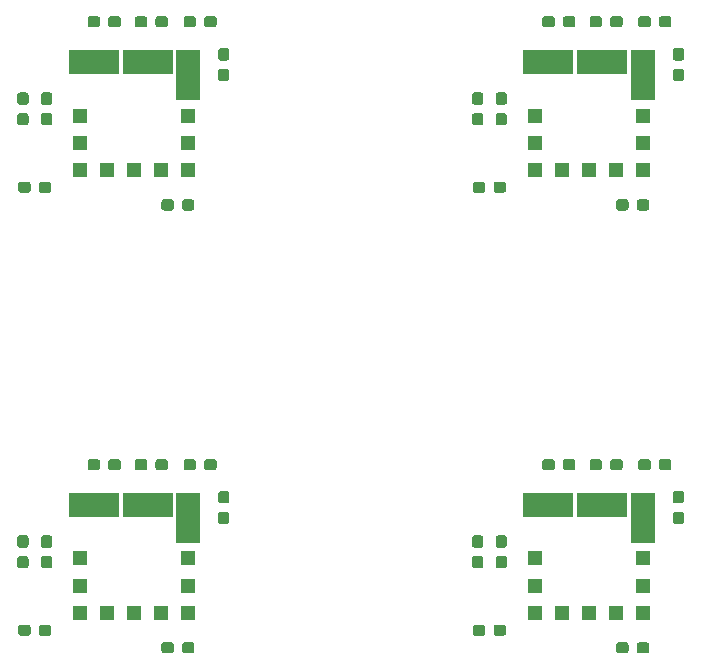
<source format=gbr>
G04 #@! TF.GenerationSoftware,KiCad,Pcbnew,(5.1.2)-1*
G04 #@! TF.CreationDate,2020-06-07T00:30:59+09:00*
G04 #@! TF.ProjectId,universal_power_board,756e6976-6572-4736-916c-5f706f776572,rev?*
G04 #@! TF.SameCoordinates,Original*
G04 #@! TF.FileFunction,Paste,Top*
G04 #@! TF.FilePolarity,Positive*
%FSLAX46Y46*%
G04 Gerber Fmt 4.6, Leading zero omitted, Abs format (unit mm)*
G04 Created by KiCad (PCBNEW (5.1.2)-1) date 2020-06-07 00:30:59*
%MOMM*%
%LPD*%
G04 APERTURE LIST*
%ADD10C,0.100000*%
%ADD11C,0.950000*%
%ADD12R,1.270000X1.270000*%
%ADD13R,4.320000X2.030000*%
%ADD14R,2.030000X4.320000*%
G04 APERTURE END LIST*
D10*
G36*
X174810779Y-140026144D02*
G01*
X174833834Y-140029563D01*
X174856443Y-140035227D01*
X174878387Y-140043079D01*
X174899457Y-140053044D01*
X174919448Y-140065026D01*
X174938168Y-140078910D01*
X174955438Y-140094562D01*
X174971090Y-140111832D01*
X174984974Y-140130552D01*
X174996956Y-140150543D01*
X175006921Y-140171613D01*
X175014773Y-140193557D01*
X175020437Y-140216166D01*
X175023856Y-140239221D01*
X175025000Y-140262500D01*
X175025000Y-140737500D01*
X175023856Y-140760779D01*
X175020437Y-140783834D01*
X175014773Y-140806443D01*
X175006921Y-140828387D01*
X174996956Y-140849457D01*
X174984974Y-140869448D01*
X174971090Y-140888168D01*
X174955438Y-140905438D01*
X174938168Y-140921090D01*
X174919448Y-140934974D01*
X174899457Y-140946956D01*
X174878387Y-140956921D01*
X174856443Y-140964773D01*
X174833834Y-140970437D01*
X174810779Y-140973856D01*
X174787500Y-140975000D01*
X174212500Y-140975000D01*
X174189221Y-140973856D01*
X174166166Y-140970437D01*
X174143557Y-140964773D01*
X174121613Y-140956921D01*
X174100543Y-140946956D01*
X174080552Y-140934974D01*
X174061832Y-140921090D01*
X174044562Y-140905438D01*
X174028910Y-140888168D01*
X174015026Y-140869448D01*
X174003044Y-140849457D01*
X173993079Y-140828387D01*
X173985227Y-140806443D01*
X173979563Y-140783834D01*
X173976144Y-140760779D01*
X173975000Y-140737500D01*
X173975000Y-140262500D01*
X173976144Y-140239221D01*
X173979563Y-140216166D01*
X173985227Y-140193557D01*
X173993079Y-140171613D01*
X174003044Y-140150543D01*
X174015026Y-140130552D01*
X174028910Y-140111832D01*
X174044562Y-140094562D01*
X174061832Y-140078910D01*
X174080552Y-140065026D01*
X174100543Y-140053044D01*
X174121613Y-140043079D01*
X174143557Y-140035227D01*
X174166166Y-140029563D01*
X174189221Y-140026144D01*
X174212500Y-140025000D01*
X174787500Y-140025000D01*
X174810779Y-140026144D01*
X174810779Y-140026144D01*
G37*
D11*
X174500000Y-140500000D03*
D10*
G36*
X173060779Y-140026144D02*
G01*
X173083834Y-140029563D01*
X173106443Y-140035227D01*
X173128387Y-140043079D01*
X173149457Y-140053044D01*
X173169448Y-140065026D01*
X173188168Y-140078910D01*
X173205438Y-140094562D01*
X173221090Y-140111832D01*
X173234974Y-140130552D01*
X173246956Y-140150543D01*
X173256921Y-140171613D01*
X173264773Y-140193557D01*
X173270437Y-140216166D01*
X173273856Y-140239221D01*
X173275000Y-140262500D01*
X173275000Y-140737500D01*
X173273856Y-140760779D01*
X173270437Y-140783834D01*
X173264773Y-140806443D01*
X173256921Y-140828387D01*
X173246956Y-140849457D01*
X173234974Y-140869448D01*
X173221090Y-140888168D01*
X173205438Y-140905438D01*
X173188168Y-140921090D01*
X173169448Y-140934974D01*
X173149457Y-140946956D01*
X173128387Y-140956921D01*
X173106443Y-140964773D01*
X173083834Y-140970437D01*
X173060779Y-140973856D01*
X173037500Y-140975000D01*
X172462500Y-140975000D01*
X172439221Y-140973856D01*
X172416166Y-140970437D01*
X172393557Y-140964773D01*
X172371613Y-140956921D01*
X172350543Y-140946956D01*
X172330552Y-140934974D01*
X172311832Y-140921090D01*
X172294562Y-140905438D01*
X172278910Y-140888168D01*
X172265026Y-140869448D01*
X172253044Y-140849457D01*
X172243079Y-140828387D01*
X172235227Y-140806443D01*
X172229563Y-140783834D01*
X172226144Y-140760779D01*
X172225000Y-140737500D01*
X172225000Y-140262500D01*
X172226144Y-140239221D01*
X172229563Y-140216166D01*
X172235227Y-140193557D01*
X172243079Y-140171613D01*
X172253044Y-140150543D01*
X172265026Y-140130552D01*
X172278910Y-140111832D01*
X172294562Y-140094562D01*
X172311832Y-140078910D01*
X172330552Y-140065026D01*
X172350543Y-140053044D01*
X172371613Y-140043079D01*
X172393557Y-140035227D01*
X172416166Y-140029563D01*
X172439221Y-140026144D01*
X172462500Y-140025000D01*
X173037500Y-140025000D01*
X173060779Y-140026144D01*
X173060779Y-140026144D01*
G37*
D11*
X172750000Y-140500000D03*
D10*
G36*
X136310779Y-140026144D02*
G01*
X136333834Y-140029563D01*
X136356443Y-140035227D01*
X136378387Y-140043079D01*
X136399457Y-140053044D01*
X136419448Y-140065026D01*
X136438168Y-140078910D01*
X136455438Y-140094562D01*
X136471090Y-140111832D01*
X136484974Y-140130552D01*
X136496956Y-140150543D01*
X136506921Y-140171613D01*
X136514773Y-140193557D01*
X136520437Y-140216166D01*
X136523856Y-140239221D01*
X136525000Y-140262500D01*
X136525000Y-140737500D01*
X136523856Y-140760779D01*
X136520437Y-140783834D01*
X136514773Y-140806443D01*
X136506921Y-140828387D01*
X136496956Y-140849457D01*
X136484974Y-140869448D01*
X136471090Y-140888168D01*
X136455438Y-140905438D01*
X136438168Y-140921090D01*
X136419448Y-140934974D01*
X136399457Y-140946956D01*
X136378387Y-140956921D01*
X136356443Y-140964773D01*
X136333834Y-140970437D01*
X136310779Y-140973856D01*
X136287500Y-140975000D01*
X135712500Y-140975000D01*
X135689221Y-140973856D01*
X135666166Y-140970437D01*
X135643557Y-140964773D01*
X135621613Y-140956921D01*
X135600543Y-140946956D01*
X135580552Y-140934974D01*
X135561832Y-140921090D01*
X135544562Y-140905438D01*
X135528910Y-140888168D01*
X135515026Y-140869448D01*
X135503044Y-140849457D01*
X135493079Y-140828387D01*
X135485227Y-140806443D01*
X135479563Y-140783834D01*
X135476144Y-140760779D01*
X135475000Y-140737500D01*
X135475000Y-140262500D01*
X135476144Y-140239221D01*
X135479563Y-140216166D01*
X135485227Y-140193557D01*
X135493079Y-140171613D01*
X135503044Y-140150543D01*
X135515026Y-140130552D01*
X135528910Y-140111832D01*
X135544562Y-140094562D01*
X135561832Y-140078910D01*
X135580552Y-140065026D01*
X135600543Y-140053044D01*
X135621613Y-140043079D01*
X135643557Y-140035227D01*
X135666166Y-140029563D01*
X135689221Y-140026144D01*
X135712500Y-140025000D01*
X136287500Y-140025000D01*
X136310779Y-140026144D01*
X136310779Y-140026144D01*
G37*
D11*
X136000000Y-140500000D03*
D10*
G36*
X134560779Y-140026144D02*
G01*
X134583834Y-140029563D01*
X134606443Y-140035227D01*
X134628387Y-140043079D01*
X134649457Y-140053044D01*
X134669448Y-140065026D01*
X134688168Y-140078910D01*
X134705438Y-140094562D01*
X134721090Y-140111832D01*
X134734974Y-140130552D01*
X134746956Y-140150543D01*
X134756921Y-140171613D01*
X134764773Y-140193557D01*
X134770437Y-140216166D01*
X134773856Y-140239221D01*
X134775000Y-140262500D01*
X134775000Y-140737500D01*
X134773856Y-140760779D01*
X134770437Y-140783834D01*
X134764773Y-140806443D01*
X134756921Y-140828387D01*
X134746956Y-140849457D01*
X134734974Y-140869448D01*
X134721090Y-140888168D01*
X134705438Y-140905438D01*
X134688168Y-140921090D01*
X134669448Y-140934974D01*
X134649457Y-140946956D01*
X134628387Y-140956921D01*
X134606443Y-140964773D01*
X134583834Y-140970437D01*
X134560779Y-140973856D01*
X134537500Y-140975000D01*
X133962500Y-140975000D01*
X133939221Y-140973856D01*
X133916166Y-140970437D01*
X133893557Y-140964773D01*
X133871613Y-140956921D01*
X133850543Y-140946956D01*
X133830552Y-140934974D01*
X133811832Y-140921090D01*
X133794562Y-140905438D01*
X133778910Y-140888168D01*
X133765026Y-140869448D01*
X133753044Y-140849457D01*
X133743079Y-140828387D01*
X133735227Y-140806443D01*
X133729563Y-140783834D01*
X133726144Y-140760779D01*
X133725000Y-140737500D01*
X133725000Y-140262500D01*
X133726144Y-140239221D01*
X133729563Y-140216166D01*
X133735227Y-140193557D01*
X133743079Y-140171613D01*
X133753044Y-140150543D01*
X133765026Y-140130552D01*
X133778910Y-140111832D01*
X133794562Y-140094562D01*
X133811832Y-140078910D01*
X133830552Y-140065026D01*
X133850543Y-140053044D01*
X133871613Y-140043079D01*
X133893557Y-140035227D01*
X133916166Y-140029563D01*
X133939221Y-140026144D01*
X133962500Y-140025000D01*
X134537500Y-140025000D01*
X134560779Y-140026144D01*
X134560779Y-140026144D01*
G37*
D11*
X134250000Y-140500000D03*
D10*
G36*
X174810779Y-102526144D02*
G01*
X174833834Y-102529563D01*
X174856443Y-102535227D01*
X174878387Y-102543079D01*
X174899457Y-102553044D01*
X174919448Y-102565026D01*
X174938168Y-102578910D01*
X174955438Y-102594562D01*
X174971090Y-102611832D01*
X174984974Y-102630552D01*
X174996956Y-102650543D01*
X175006921Y-102671613D01*
X175014773Y-102693557D01*
X175020437Y-102716166D01*
X175023856Y-102739221D01*
X175025000Y-102762500D01*
X175025000Y-103237500D01*
X175023856Y-103260779D01*
X175020437Y-103283834D01*
X175014773Y-103306443D01*
X175006921Y-103328387D01*
X174996956Y-103349457D01*
X174984974Y-103369448D01*
X174971090Y-103388168D01*
X174955438Y-103405438D01*
X174938168Y-103421090D01*
X174919448Y-103434974D01*
X174899457Y-103446956D01*
X174878387Y-103456921D01*
X174856443Y-103464773D01*
X174833834Y-103470437D01*
X174810779Y-103473856D01*
X174787500Y-103475000D01*
X174212500Y-103475000D01*
X174189221Y-103473856D01*
X174166166Y-103470437D01*
X174143557Y-103464773D01*
X174121613Y-103456921D01*
X174100543Y-103446956D01*
X174080552Y-103434974D01*
X174061832Y-103421090D01*
X174044562Y-103405438D01*
X174028910Y-103388168D01*
X174015026Y-103369448D01*
X174003044Y-103349457D01*
X173993079Y-103328387D01*
X173985227Y-103306443D01*
X173979563Y-103283834D01*
X173976144Y-103260779D01*
X173975000Y-103237500D01*
X173975000Y-102762500D01*
X173976144Y-102739221D01*
X173979563Y-102716166D01*
X173985227Y-102693557D01*
X173993079Y-102671613D01*
X174003044Y-102650543D01*
X174015026Y-102630552D01*
X174028910Y-102611832D01*
X174044562Y-102594562D01*
X174061832Y-102578910D01*
X174080552Y-102565026D01*
X174100543Y-102553044D01*
X174121613Y-102543079D01*
X174143557Y-102535227D01*
X174166166Y-102529563D01*
X174189221Y-102526144D01*
X174212500Y-102525000D01*
X174787500Y-102525000D01*
X174810779Y-102526144D01*
X174810779Y-102526144D01*
G37*
D11*
X174500000Y-103000000D03*
D10*
G36*
X173060779Y-102526144D02*
G01*
X173083834Y-102529563D01*
X173106443Y-102535227D01*
X173128387Y-102543079D01*
X173149457Y-102553044D01*
X173169448Y-102565026D01*
X173188168Y-102578910D01*
X173205438Y-102594562D01*
X173221090Y-102611832D01*
X173234974Y-102630552D01*
X173246956Y-102650543D01*
X173256921Y-102671613D01*
X173264773Y-102693557D01*
X173270437Y-102716166D01*
X173273856Y-102739221D01*
X173275000Y-102762500D01*
X173275000Y-103237500D01*
X173273856Y-103260779D01*
X173270437Y-103283834D01*
X173264773Y-103306443D01*
X173256921Y-103328387D01*
X173246956Y-103349457D01*
X173234974Y-103369448D01*
X173221090Y-103388168D01*
X173205438Y-103405438D01*
X173188168Y-103421090D01*
X173169448Y-103434974D01*
X173149457Y-103446956D01*
X173128387Y-103456921D01*
X173106443Y-103464773D01*
X173083834Y-103470437D01*
X173060779Y-103473856D01*
X173037500Y-103475000D01*
X172462500Y-103475000D01*
X172439221Y-103473856D01*
X172416166Y-103470437D01*
X172393557Y-103464773D01*
X172371613Y-103456921D01*
X172350543Y-103446956D01*
X172330552Y-103434974D01*
X172311832Y-103421090D01*
X172294562Y-103405438D01*
X172278910Y-103388168D01*
X172265026Y-103369448D01*
X172253044Y-103349457D01*
X172243079Y-103328387D01*
X172235227Y-103306443D01*
X172229563Y-103283834D01*
X172226144Y-103260779D01*
X172225000Y-103237500D01*
X172225000Y-102762500D01*
X172226144Y-102739221D01*
X172229563Y-102716166D01*
X172235227Y-102693557D01*
X172243079Y-102671613D01*
X172253044Y-102650543D01*
X172265026Y-102630552D01*
X172278910Y-102611832D01*
X172294562Y-102594562D01*
X172311832Y-102578910D01*
X172330552Y-102565026D01*
X172350543Y-102553044D01*
X172371613Y-102543079D01*
X172393557Y-102535227D01*
X172416166Y-102529563D01*
X172439221Y-102526144D01*
X172462500Y-102525000D01*
X173037500Y-102525000D01*
X173060779Y-102526144D01*
X173060779Y-102526144D01*
G37*
D11*
X172750000Y-103000000D03*
D10*
G36*
X170810779Y-124526144D02*
G01*
X170833834Y-124529563D01*
X170856443Y-124535227D01*
X170878387Y-124543079D01*
X170899457Y-124553044D01*
X170919448Y-124565026D01*
X170938168Y-124578910D01*
X170955438Y-124594562D01*
X170971090Y-124611832D01*
X170984974Y-124630552D01*
X170996956Y-124650543D01*
X171006921Y-124671613D01*
X171014773Y-124693557D01*
X171020437Y-124716166D01*
X171023856Y-124739221D01*
X171025000Y-124762500D01*
X171025000Y-125237500D01*
X171023856Y-125260779D01*
X171020437Y-125283834D01*
X171014773Y-125306443D01*
X171006921Y-125328387D01*
X170996956Y-125349457D01*
X170984974Y-125369448D01*
X170971090Y-125388168D01*
X170955438Y-125405438D01*
X170938168Y-125421090D01*
X170919448Y-125434974D01*
X170899457Y-125446956D01*
X170878387Y-125456921D01*
X170856443Y-125464773D01*
X170833834Y-125470437D01*
X170810779Y-125473856D01*
X170787500Y-125475000D01*
X170212500Y-125475000D01*
X170189221Y-125473856D01*
X170166166Y-125470437D01*
X170143557Y-125464773D01*
X170121613Y-125456921D01*
X170100543Y-125446956D01*
X170080552Y-125434974D01*
X170061832Y-125421090D01*
X170044562Y-125405438D01*
X170028910Y-125388168D01*
X170015026Y-125369448D01*
X170003044Y-125349457D01*
X169993079Y-125328387D01*
X169985227Y-125306443D01*
X169979563Y-125283834D01*
X169976144Y-125260779D01*
X169975000Y-125237500D01*
X169975000Y-124762500D01*
X169976144Y-124739221D01*
X169979563Y-124716166D01*
X169985227Y-124693557D01*
X169993079Y-124671613D01*
X170003044Y-124650543D01*
X170015026Y-124630552D01*
X170028910Y-124611832D01*
X170044562Y-124594562D01*
X170061832Y-124578910D01*
X170080552Y-124565026D01*
X170100543Y-124553044D01*
X170121613Y-124543079D01*
X170143557Y-124535227D01*
X170166166Y-124529563D01*
X170189221Y-124526144D01*
X170212500Y-124525000D01*
X170787500Y-124525000D01*
X170810779Y-124526144D01*
X170810779Y-124526144D01*
G37*
D11*
X170500000Y-125000000D03*
D10*
G36*
X172560779Y-124526144D02*
G01*
X172583834Y-124529563D01*
X172606443Y-124535227D01*
X172628387Y-124543079D01*
X172649457Y-124553044D01*
X172669448Y-124565026D01*
X172688168Y-124578910D01*
X172705438Y-124594562D01*
X172721090Y-124611832D01*
X172734974Y-124630552D01*
X172746956Y-124650543D01*
X172756921Y-124671613D01*
X172764773Y-124693557D01*
X172770437Y-124716166D01*
X172773856Y-124739221D01*
X172775000Y-124762500D01*
X172775000Y-125237500D01*
X172773856Y-125260779D01*
X172770437Y-125283834D01*
X172764773Y-125306443D01*
X172756921Y-125328387D01*
X172746956Y-125349457D01*
X172734974Y-125369448D01*
X172721090Y-125388168D01*
X172705438Y-125405438D01*
X172688168Y-125421090D01*
X172669448Y-125434974D01*
X172649457Y-125446956D01*
X172628387Y-125456921D01*
X172606443Y-125464773D01*
X172583834Y-125470437D01*
X172560779Y-125473856D01*
X172537500Y-125475000D01*
X171962500Y-125475000D01*
X171939221Y-125473856D01*
X171916166Y-125470437D01*
X171893557Y-125464773D01*
X171871613Y-125456921D01*
X171850543Y-125446956D01*
X171830552Y-125434974D01*
X171811832Y-125421090D01*
X171794562Y-125405438D01*
X171778910Y-125388168D01*
X171765026Y-125369448D01*
X171753044Y-125349457D01*
X171743079Y-125328387D01*
X171735227Y-125306443D01*
X171729563Y-125283834D01*
X171726144Y-125260779D01*
X171725000Y-125237500D01*
X171725000Y-124762500D01*
X171726144Y-124739221D01*
X171729563Y-124716166D01*
X171735227Y-124693557D01*
X171743079Y-124671613D01*
X171753044Y-124650543D01*
X171765026Y-124630552D01*
X171778910Y-124611832D01*
X171794562Y-124594562D01*
X171811832Y-124578910D01*
X171830552Y-124565026D01*
X171850543Y-124553044D01*
X171871613Y-124543079D01*
X171893557Y-124535227D01*
X171916166Y-124529563D01*
X171939221Y-124526144D01*
X171962500Y-124525000D01*
X172537500Y-124525000D01*
X172560779Y-124526144D01*
X172560779Y-124526144D01*
G37*
D11*
X172250000Y-125000000D03*
D10*
G36*
X132310779Y-124526144D02*
G01*
X132333834Y-124529563D01*
X132356443Y-124535227D01*
X132378387Y-124543079D01*
X132399457Y-124553044D01*
X132419448Y-124565026D01*
X132438168Y-124578910D01*
X132455438Y-124594562D01*
X132471090Y-124611832D01*
X132484974Y-124630552D01*
X132496956Y-124650543D01*
X132506921Y-124671613D01*
X132514773Y-124693557D01*
X132520437Y-124716166D01*
X132523856Y-124739221D01*
X132525000Y-124762500D01*
X132525000Y-125237500D01*
X132523856Y-125260779D01*
X132520437Y-125283834D01*
X132514773Y-125306443D01*
X132506921Y-125328387D01*
X132496956Y-125349457D01*
X132484974Y-125369448D01*
X132471090Y-125388168D01*
X132455438Y-125405438D01*
X132438168Y-125421090D01*
X132419448Y-125434974D01*
X132399457Y-125446956D01*
X132378387Y-125456921D01*
X132356443Y-125464773D01*
X132333834Y-125470437D01*
X132310779Y-125473856D01*
X132287500Y-125475000D01*
X131712500Y-125475000D01*
X131689221Y-125473856D01*
X131666166Y-125470437D01*
X131643557Y-125464773D01*
X131621613Y-125456921D01*
X131600543Y-125446956D01*
X131580552Y-125434974D01*
X131561832Y-125421090D01*
X131544562Y-125405438D01*
X131528910Y-125388168D01*
X131515026Y-125369448D01*
X131503044Y-125349457D01*
X131493079Y-125328387D01*
X131485227Y-125306443D01*
X131479563Y-125283834D01*
X131476144Y-125260779D01*
X131475000Y-125237500D01*
X131475000Y-124762500D01*
X131476144Y-124739221D01*
X131479563Y-124716166D01*
X131485227Y-124693557D01*
X131493079Y-124671613D01*
X131503044Y-124650543D01*
X131515026Y-124630552D01*
X131528910Y-124611832D01*
X131544562Y-124594562D01*
X131561832Y-124578910D01*
X131580552Y-124565026D01*
X131600543Y-124553044D01*
X131621613Y-124543079D01*
X131643557Y-124535227D01*
X131666166Y-124529563D01*
X131689221Y-124526144D01*
X131712500Y-124525000D01*
X132287500Y-124525000D01*
X132310779Y-124526144D01*
X132310779Y-124526144D01*
G37*
D11*
X132000000Y-125000000D03*
D10*
G36*
X134060779Y-124526144D02*
G01*
X134083834Y-124529563D01*
X134106443Y-124535227D01*
X134128387Y-124543079D01*
X134149457Y-124553044D01*
X134169448Y-124565026D01*
X134188168Y-124578910D01*
X134205438Y-124594562D01*
X134221090Y-124611832D01*
X134234974Y-124630552D01*
X134246956Y-124650543D01*
X134256921Y-124671613D01*
X134264773Y-124693557D01*
X134270437Y-124716166D01*
X134273856Y-124739221D01*
X134275000Y-124762500D01*
X134275000Y-125237500D01*
X134273856Y-125260779D01*
X134270437Y-125283834D01*
X134264773Y-125306443D01*
X134256921Y-125328387D01*
X134246956Y-125349457D01*
X134234974Y-125369448D01*
X134221090Y-125388168D01*
X134205438Y-125405438D01*
X134188168Y-125421090D01*
X134169448Y-125434974D01*
X134149457Y-125446956D01*
X134128387Y-125456921D01*
X134106443Y-125464773D01*
X134083834Y-125470437D01*
X134060779Y-125473856D01*
X134037500Y-125475000D01*
X133462500Y-125475000D01*
X133439221Y-125473856D01*
X133416166Y-125470437D01*
X133393557Y-125464773D01*
X133371613Y-125456921D01*
X133350543Y-125446956D01*
X133330552Y-125434974D01*
X133311832Y-125421090D01*
X133294562Y-125405438D01*
X133278910Y-125388168D01*
X133265026Y-125369448D01*
X133253044Y-125349457D01*
X133243079Y-125328387D01*
X133235227Y-125306443D01*
X133229563Y-125283834D01*
X133226144Y-125260779D01*
X133225000Y-125237500D01*
X133225000Y-124762500D01*
X133226144Y-124739221D01*
X133229563Y-124716166D01*
X133235227Y-124693557D01*
X133243079Y-124671613D01*
X133253044Y-124650543D01*
X133265026Y-124630552D01*
X133278910Y-124611832D01*
X133294562Y-124594562D01*
X133311832Y-124578910D01*
X133330552Y-124565026D01*
X133350543Y-124553044D01*
X133371613Y-124543079D01*
X133393557Y-124535227D01*
X133416166Y-124529563D01*
X133439221Y-124526144D01*
X133462500Y-124525000D01*
X134037500Y-124525000D01*
X134060779Y-124526144D01*
X134060779Y-124526144D01*
G37*
D11*
X133750000Y-125000000D03*
D10*
G36*
X170810779Y-87026144D02*
G01*
X170833834Y-87029563D01*
X170856443Y-87035227D01*
X170878387Y-87043079D01*
X170899457Y-87053044D01*
X170919448Y-87065026D01*
X170938168Y-87078910D01*
X170955438Y-87094562D01*
X170971090Y-87111832D01*
X170984974Y-87130552D01*
X170996956Y-87150543D01*
X171006921Y-87171613D01*
X171014773Y-87193557D01*
X171020437Y-87216166D01*
X171023856Y-87239221D01*
X171025000Y-87262500D01*
X171025000Y-87737500D01*
X171023856Y-87760779D01*
X171020437Y-87783834D01*
X171014773Y-87806443D01*
X171006921Y-87828387D01*
X170996956Y-87849457D01*
X170984974Y-87869448D01*
X170971090Y-87888168D01*
X170955438Y-87905438D01*
X170938168Y-87921090D01*
X170919448Y-87934974D01*
X170899457Y-87946956D01*
X170878387Y-87956921D01*
X170856443Y-87964773D01*
X170833834Y-87970437D01*
X170810779Y-87973856D01*
X170787500Y-87975000D01*
X170212500Y-87975000D01*
X170189221Y-87973856D01*
X170166166Y-87970437D01*
X170143557Y-87964773D01*
X170121613Y-87956921D01*
X170100543Y-87946956D01*
X170080552Y-87934974D01*
X170061832Y-87921090D01*
X170044562Y-87905438D01*
X170028910Y-87888168D01*
X170015026Y-87869448D01*
X170003044Y-87849457D01*
X169993079Y-87828387D01*
X169985227Y-87806443D01*
X169979563Y-87783834D01*
X169976144Y-87760779D01*
X169975000Y-87737500D01*
X169975000Y-87262500D01*
X169976144Y-87239221D01*
X169979563Y-87216166D01*
X169985227Y-87193557D01*
X169993079Y-87171613D01*
X170003044Y-87150543D01*
X170015026Y-87130552D01*
X170028910Y-87111832D01*
X170044562Y-87094562D01*
X170061832Y-87078910D01*
X170080552Y-87065026D01*
X170100543Y-87053044D01*
X170121613Y-87043079D01*
X170143557Y-87035227D01*
X170166166Y-87029563D01*
X170189221Y-87026144D01*
X170212500Y-87025000D01*
X170787500Y-87025000D01*
X170810779Y-87026144D01*
X170810779Y-87026144D01*
G37*
D11*
X170500000Y-87500000D03*
D10*
G36*
X172560779Y-87026144D02*
G01*
X172583834Y-87029563D01*
X172606443Y-87035227D01*
X172628387Y-87043079D01*
X172649457Y-87053044D01*
X172669448Y-87065026D01*
X172688168Y-87078910D01*
X172705438Y-87094562D01*
X172721090Y-87111832D01*
X172734974Y-87130552D01*
X172746956Y-87150543D01*
X172756921Y-87171613D01*
X172764773Y-87193557D01*
X172770437Y-87216166D01*
X172773856Y-87239221D01*
X172775000Y-87262500D01*
X172775000Y-87737500D01*
X172773856Y-87760779D01*
X172770437Y-87783834D01*
X172764773Y-87806443D01*
X172756921Y-87828387D01*
X172746956Y-87849457D01*
X172734974Y-87869448D01*
X172721090Y-87888168D01*
X172705438Y-87905438D01*
X172688168Y-87921090D01*
X172669448Y-87934974D01*
X172649457Y-87946956D01*
X172628387Y-87956921D01*
X172606443Y-87964773D01*
X172583834Y-87970437D01*
X172560779Y-87973856D01*
X172537500Y-87975000D01*
X171962500Y-87975000D01*
X171939221Y-87973856D01*
X171916166Y-87970437D01*
X171893557Y-87964773D01*
X171871613Y-87956921D01*
X171850543Y-87946956D01*
X171830552Y-87934974D01*
X171811832Y-87921090D01*
X171794562Y-87905438D01*
X171778910Y-87888168D01*
X171765026Y-87869448D01*
X171753044Y-87849457D01*
X171743079Y-87828387D01*
X171735227Y-87806443D01*
X171729563Y-87783834D01*
X171726144Y-87760779D01*
X171725000Y-87737500D01*
X171725000Y-87262500D01*
X171726144Y-87239221D01*
X171729563Y-87216166D01*
X171735227Y-87193557D01*
X171743079Y-87171613D01*
X171753044Y-87150543D01*
X171765026Y-87130552D01*
X171778910Y-87111832D01*
X171794562Y-87094562D01*
X171811832Y-87078910D01*
X171830552Y-87065026D01*
X171850543Y-87053044D01*
X171871613Y-87043079D01*
X171893557Y-87035227D01*
X171916166Y-87029563D01*
X171939221Y-87026144D01*
X171962500Y-87025000D01*
X172537500Y-87025000D01*
X172560779Y-87026144D01*
X172560779Y-87026144D01*
G37*
D11*
X172250000Y-87500000D03*
D10*
G36*
X168560779Y-124526144D02*
G01*
X168583834Y-124529563D01*
X168606443Y-124535227D01*
X168628387Y-124543079D01*
X168649457Y-124553044D01*
X168669448Y-124565026D01*
X168688168Y-124578910D01*
X168705438Y-124594562D01*
X168721090Y-124611832D01*
X168734974Y-124630552D01*
X168746956Y-124650543D01*
X168756921Y-124671613D01*
X168764773Y-124693557D01*
X168770437Y-124716166D01*
X168773856Y-124739221D01*
X168775000Y-124762500D01*
X168775000Y-125237500D01*
X168773856Y-125260779D01*
X168770437Y-125283834D01*
X168764773Y-125306443D01*
X168756921Y-125328387D01*
X168746956Y-125349457D01*
X168734974Y-125369448D01*
X168721090Y-125388168D01*
X168705438Y-125405438D01*
X168688168Y-125421090D01*
X168669448Y-125434974D01*
X168649457Y-125446956D01*
X168628387Y-125456921D01*
X168606443Y-125464773D01*
X168583834Y-125470437D01*
X168560779Y-125473856D01*
X168537500Y-125475000D01*
X167962500Y-125475000D01*
X167939221Y-125473856D01*
X167916166Y-125470437D01*
X167893557Y-125464773D01*
X167871613Y-125456921D01*
X167850543Y-125446956D01*
X167830552Y-125434974D01*
X167811832Y-125421090D01*
X167794562Y-125405438D01*
X167778910Y-125388168D01*
X167765026Y-125369448D01*
X167753044Y-125349457D01*
X167743079Y-125328387D01*
X167735227Y-125306443D01*
X167729563Y-125283834D01*
X167726144Y-125260779D01*
X167725000Y-125237500D01*
X167725000Y-124762500D01*
X167726144Y-124739221D01*
X167729563Y-124716166D01*
X167735227Y-124693557D01*
X167743079Y-124671613D01*
X167753044Y-124650543D01*
X167765026Y-124630552D01*
X167778910Y-124611832D01*
X167794562Y-124594562D01*
X167811832Y-124578910D01*
X167830552Y-124565026D01*
X167850543Y-124553044D01*
X167871613Y-124543079D01*
X167893557Y-124535227D01*
X167916166Y-124529563D01*
X167939221Y-124526144D01*
X167962500Y-124525000D01*
X168537500Y-124525000D01*
X168560779Y-124526144D01*
X168560779Y-124526144D01*
G37*
D11*
X168250000Y-125000000D03*
D10*
G36*
X166810779Y-124526144D02*
G01*
X166833834Y-124529563D01*
X166856443Y-124535227D01*
X166878387Y-124543079D01*
X166899457Y-124553044D01*
X166919448Y-124565026D01*
X166938168Y-124578910D01*
X166955438Y-124594562D01*
X166971090Y-124611832D01*
X166984974Y-124630552D01*
X166996956Y-124650543D01*
X167006921Y-124671613D01*
X167014773Y-124693557D01*
X167020437Y-124716166D01*
X167023856Y-124739221D01*
X167025000Y-124762500D01*
X167025000Y-125237500D01*
X167023856Y-125260779D01*
X167020437Y-125283834D01*
X167014773Y-125306443D01*
X167006921Y-125328387D01*
X166996956Y-125349457D01*
X166984974Y-125369448D01*
X166971090Y-125388168D01*
X166955438Y-125405438D01*
X166938168Y-125421090D01*
X166919448Y-125434974D01*
X166899457Y-125446956D01*
X166878387Y-125456921D01*
X166856443Y-125464773D01*
X166833834Y-125470437D01*
X166810779Y-125473856D01*
X166787500Y-125475000D01*
X166212500Y-125475000D01*
X166189221Y-125473856D01*
X166166166Y-125470437D01*
X166143557Y-125464773D01*
X166121613Y-125456921D01*
X166100543Y-125446956D01*
X166080552Y-125434974D01*
X166061832Y-125421090D01*
X166044562Y-125405438D01*
X166028910Y-125388168D01*
X166015026Y-125369448D01*
X166003044Y-125349457D01*
X165993079Y-125328387D01*
X165985227Y-125306443D01*
X165979563Y-125283834D01*
X165976144Y-125260779D01*
X165975000Y-125237500D01*
X165975000Y-124762500D01*
X165976144Y-124739221D01*
X165979563Y-124716166D01*
X165985227Y-124693557D01*
X165993079Y-124671613D01*
X166003044Y-124650543D01*
X166015026Y-124630552D01*
X166028910Y-124611832D01*
X166044562Y-124594562D01*
X166061832Y-124578910D01*
X166080552Y-124565026D01*
X166100543Y-124553044D01*
X166121613Y-124543079D01*
X166143557Y-124535227D01*
X166166166Y-124529563D01*
X166189221Y-124526144D01*
X166212500Y-124525000D01*
X166787500Y-124525000D01*
X166810779Y-124526144D01*
X166810779Y-124526144D01*
G37*
D11*
X166500000Y-125000000D03*
D10*
G36*
X130060779Y-124526144D02*
G01*
X130083834Y-124529563D01*
X130106443Y-124535227D01*
X130128387Y-124543079D01*
X130149457Y-124553044D01*
X130169448Y-124565026D01*
X130188168Y-124578910D01*
X130205438Y-124594562D01*
X130221090Y-124611832D01*
X130234974Y-124630552D01*
X130246956Y-124650543D01*
X130256921Y-124671613D01*
X130264773Y-124693557D01*
X130270437Y-124716166D01*
X130273856Y-124739221D01*
X130275000Y-124762500D01*
X130275000Y-125237500D01*
X130273856Y-125260779D01*
X130270437Y-125283834D01*
X130264773Y-125306443D01*
X130256921Y-125328387D01*
X130246956Y-125349457D01*
X130234974Y-125369448D01*
X130221090Y-125388168D01*
X130205438Y-125405438D01*
X130188168Y-125421090D01*
X130169448Y-125434974D01*
X130149457Y-125446956D01*
X130128387Y-125456921D01*
X130106443Y-125464773D01*
X130083834Y-125470437D01*
X130060779Y-125473856D01*
X130037500Y-125475000D01*
X129462500Y-125475000D01*
X129439221Y-125473856D01*
X129416166Y-125470437D01*
X129393557Y-125464773D01*
X129371613Y-125456921D01*
X129350543Y-125446956D01*
X129330552Y-125434974D01*
X129311832Y-125421090D01*
X129294562Y-125405438D01*
X129278910Y-125388168D01*
X129265026Y-125369448D01*
X129253044Y-125349457D01*
X129243079Y-125328387D01*
X129235227Y-125306443D01*
X129229563Y-125283834D01*
X129226144Y-125260779D01*
X129225000Y-125237500D01*
X129225000Y-124762500D01*
X129226144Y-124739221D01*
X129229563Y-124716166D01*
X129235227Y-124693557D01*
X129243079Y-124671613D01*
X129253044Y-124650543D01*
X129265026Y-124630552D01*
X129278910Y-124611832D01*
X129294562Y-124594562D01*
X129311832Y-124578910D01*
X129330552Y-124565026D01*
X129350543Y-124553044D01*
X129371613Y-124543079D01*
X129393557Y-124535227D01*
X129416166Y-124529563D01*
X129439221Y-124526144D01*
X129462500Y-124525000D01*
X130037500Y-124525000D01*
X130060779Y-124526144D01*
X130060779Y-124526144D01*
G37*
D11*
X129750000Y-125000000D03*
D10*
G36*
X128310779Y-124526144D02*
G01*
X128333834Y-124529563D01*
X128356443Y-124535227D01*
X128378387Y-124543079D01*
X128399457Y-124553044D01*
X128419448Y-124565026D01*
X128438168Y-124578910D01*
X128455438Y-124594562D01*
X128471090Y-124611832D01*
X128484974Y-124630552D01*
X128496956Y-124650543D01*
X128506921Y-124671613D01*
X128514773Y-124693557D01*
X128520437Y-124716166D01*
X128523856Y-124739221D01*
X128525000Y-124762500D01*
X128525000Y-125237500D01*
X128523856Y-125260779D01*
X128520437Y-125283834D01*
X128514773Y-125306443D01*
X128506921Y-125328387D01*
X128496956Y-125349457D01*
X128484974Y-125369448D01*
X128471090Y-125388168D01*
X128455438Y-125405438D01*
X128438168Y-125421090D01*
X128419448Y-125434974D01*
X128399457Y-125446956D01*
X128378387Y-125456921D01*
X128356443Y-125464773D01*
X128333834Y-125470437D01*
X128310779Y-125473856D01*
X128287500Y-125475000D01*
X127712500Y-125475000D01*
X127689221Y-125473856D01*
X127666166Y-125470437D01*
X127643557Y-125464773D01*
X127621613Y-125456921D01*
X127600543Y-125446956D01*
X127580552Y-125434974D01*
X127561832Y-125421090D01*
X127544562Y-125405438D01*
X127528910Y-125388168D01*
X127515026Y-125369448D01*
X127503044Y-125349457D01*
X127493079Y-125328387D01*
X127485227Y-125306443D01*
X127479563Y-125283834D01*
X127476144Y-125260779D01*
X127475000Y-125237500D01*
X127475000Y-124762500D01*
X127476144Y-124739221D01*
X127479563Y-124716166D01*
X127485227Y-124693557D01*
X127493079Y-124671613D01*
X127503044Y-124650543D01*
X127515026Y-124630552D01*
X127528910Y-124611832D01*
X127544562Y-124594562D01*
X127561832Y-124578910D01*
X127580552Y-124565026D01*
X127600543Y-124553044D01*
X127621613Y-124543079D01*
X127643557Y-124535227D01*
X127666166Y-124529563D01*
X127689221Y-124526144D01*
X127712500Y-124525000D01*
X128287500Y-124525000D01*
X128310779Y-124526144D01*
X128310779Y-124526144D01*
G37*
D11*
X128000000Y-125000000D03*
D10*
G36*
X168560779Y-87026144D02*
G01*
X168583834Y-87029563D01*
X168606443Y-87035227D01*
X168628387Y-87043079D01*
X168649457Y-87053044D01*
X168669448Y-87065026D01*
X168688168Y-87078910D01*
X168705438Y-87094562D01*
X168721090Y-87111832D01*
X168734974Y-87130552D01*
X168746956Y-87150543D01*
X168756921Y-87171613D01*
X168764773Y-87193557D01*
X168770437Y-87216166D01*
X168773856Y-87239221D01*
X168775000Y-87262500D01*
X168775000Y-87737500D01*
X168773856Y-87760779D01*
X168770437Y-87783834D01*
X168764773Y-87806443D01*
X168756921Y-87828387D01*
X168746956Y-87849457D01*
X168734974Y-87869448D01*
X168721090Y-87888168D01*
X168705438Y-87905438D01*
X168688168Y-87921090D01*
X168669448Y-87934974D01*
X168649457Y-87946956D01*
X168628387Y-87956921D01*
X168606443Y-87964773D01*
X168583834Y-87970437D01*
X168560779Y-87973856D01*
X168537500Y-87975000D01*
X167962500Y-87975000D01*
X167939221Y-87973856D01*
X167916166Y-87970437D01*
X167893557Y-87964773D01*
X167871613Y-87956921D01*
X167850543Y-87946956D01*
X167830552Y-87934974D01*
X167811832Y-87921090D01*
X167794562Y-87905438D01*
X167778910Y-87888168D01*
X167765026Y-87869448D01*
X167753044Y-87849457D01*
X167743079Y-87828387D01*
X167735227Y-87806443D01*
X167729563Y-87783834D01*
X167726144Y-87760779D01*
X167725000Y-87737500D01*
X167725000Y-87262500D01*
X167726144Y-87239221D01*
X167729563Y-87216166D01*
X167735227Y-87193557D01*
X167743079Y-87171613D01*
X167753044Y-87150543D01*
X167765026Y-87130552D01*
X167778910Y-87111832D01*
X167794562Y-87094562D01*
X167811832Y-87078910D01*
X167830552Y-87065026D01*
X167850543Y-87053044D01*
X167871613Y-87043079D01*
X167893557Y-87035227D01*
X167916166Y-87029563D01*
X167939221Y-87026144D01*
X167962500Y-87025000D01*
X168537500Y-87025000D01*
X168560779Y-87026144D01*
X168560779Y-87026144D01*
G37*
D11*
X168250000Y-87500000D03*
D10*
G36*
X166810779Y-87026144D02*
G01*
X166833834Y-87029563D01*
X166856443Y-87035227D01*
X166878387Y-87043079D01*
X166899457Y-87053044D01*
X166919448Y-87065026D01*
X166938168Y-87078910D01*
X166955438Y-87094562D01*
X166971090Y-87111832D01*
X166984974Y-87130552D01*
X166996956Y-87150543D01*
X167006921Y-87171613D01*
X167014773Y-87193557D01*
X167020437Y-87216166D01*
X167023856Y-87239221D01*
X167025000Y-87262500D01*
X167025000Y-87737500D01*
X167023856Y-87760779D01*
X167020437Y-87783834D01*
X167014773Y-87806443D01*
X167006921Y-87828387D01*
X166996956Y-87849457D01*
X166984974Y-87869448D01*
X166971090Y-87888168D01*
X166955438Y-87905438D01*
X166938168Y-87921090D01*
X166919448Y-87934974D01*
X166899457Y-87946956D01*
X166878387Y-87956921D01*
X166856443Y-87964773D01*
X166833834Y-87970437D01*
X166810779Y-87973856D01*
X166787500Y-87975000D01*
X166212500Y-87975000D01*
X166189221Y-87973856D01*
X166166166Y-87970437D01*
X166143557Y-87964773D01*
X166121613Y-87956921D01*
X166100543Y-87946956D01*
X166080552Y-87934974D01*
X166061832Y-87921090D01*
X166044562Y-87905438D01*
X166028910Y-87888168D01*
X166015026Y-87869448D01*
X166003044Y-87849457D01*
X165993079Y-87828387D01*
X165985227Y-87806443D01*
X165979563Y-87783834D01*
X165976144Y-87760779D01*
X165975000Y-87737500D01*
X165975000Y-87262500D01*
X165976144Y-87239221D01*
X165979563Y-87216166D01*
X165985227Y-87193557D01*
X165993079Y-87171613D01*
X166003044Y-87150543D01*
X166015026Y-87130552D01*
X166028910Y-87111832D01*
X166044562Y-87094562D01*
X166061832Y-87078910D01*
X166080552Y-87065026D01*
X166100543Y-87053044D01*
X166121613Y-87043079D01*
X166143557Y-87035227D01*
X166166166Y-87029563D01*
X166189221Y-87026144D01*
X166212500Y-87025000D01*
X166787500Y-87025000D01*
X166810779Y-87026144D01*
X166810779Y-87026144D01*
G37*
D11*
X166500000Y-87500000D03*
D10*
G36*
X174935779Y-124526144D02*
G01*
X174958834Y-124529563D01*
X174981443Y-124535227D01*
X175003387Y-124543079D01*
X175024457Y-124553044D01*
X175044448Y-124565026D01*
X175063168Y-124578910D01*
X175080438Y-124594562D01*
X175096090Y-124611832D01*
X175109974Y-124630552D01*
X175121956Y-124650543D01*
X175131921Y-124671613D01*
X175139773Y-124693557D01*
X175145437Y-124716166D01*
X175148856Y-124739221D01*
X175150000Y-124762500D01*
X175150000Y-125237500D01*
X175148856Y-125260779D01*
X175145437Y-125283834D01*
X175139773Y-125306443D01*
X175131921Y-125328387D01*
X175121956Y-125349457D01*
X175109974Y-125369448D01*
X175096090Y-125388168D01*
X175080438Y-125405438D01*
X175063168Y-125421090D01*
X175044448Y-125434974D01*
X175024457Y-125446956D01*
X175003387Y-125456921D01*
X174981443Y-125464773D01*
X174958834Y-125470437D01*
X174935779Y-125473856D01*
X174912500Y-125475000D01*
X174337500Y-125475000D01*
X174314221Y-125473856D01*
X174291166Y-125470437D01*
X174268557Y-125464773D01*
X174246613Y-125456921D01*
X174225543Y-125446956D01*
X174205552Y-125434974D01*
X174186832Y-125421090D01*
X174169562Y-125405438D01*
X174153910Y-125388168D01*
X174140026Y-125369448D01*
X174128044Y-125349457D01*
X174118079Y-125328387D01*
X174110227Y-125306443D01*
X174104563Y-125283834D01*
X174101144Y-125260779D01*
X174100000Y-125237500D01*
X174100000Y-124762500D01*
X174101144Y-124739221D01*
X174104563Y-124716166D01*
X174110227Y-124693557D01*
X174118079Y-124671613D01*
X174128044Y-124650543D01*
X174140026Y-124630552D01*
X174153910Y-124611832D01*
X174169562Y-124594562D01*
X174186832Y-124578910D01*
X174205552Y-124565026D01*
X174225543Y-124553044D01*
X174246613Y-124543079D01*
X174268557Y-124535227D01*
X174291166Y-124529563D01*
X174314221Y-124526144D01*
X174337500Y-124525000D01*
X174912500Y-124525000D01*
X174935779Y-124526144D01*
X174935779Y-124526144D01*
G37*
D11*
X174625000Y-125000000D03*
D10*
G36*
X176685779Y-124526144D02*
G01*
X176708834Y-124529563D01*
X176731443Y-124535227D01*
X176753387Y-124543079D01*
X176774457Y-124553044D01*
X176794448Y-124565026D01*
X176813168Y-124578910D01*
X176830438Y-124594562D01*
X176846090Y-124611832D01*
X176859974Y-124630552D01*
X176871956Y-124650543D01*
X176881921Y-124671613D01*
X176889773Y-124693557D01*
X176895437Y-124716166D01*
X176898856Y-124739221D01*
X176900000Y-124762500D01*
X176900000Y-125237500D01*
X176898856Y-125260779D01*
X176895437Y-125283834D01*
X176889773Y-125306443D01*
X176881921Y-125328387D01*
X176871956Y-125349457D01*
X176859974Y-125369448D01*
X176846090Y-125388168D01*
X176830438Y-125405438D01*
X176813168Y-125421090D01*
X176794448Y-125434974D01*
X176774457Y-125446956D01*
X176753387Y-125456921D01*
X176731443Y-125464773D01*
X176708834Y-125470437D01*
X176685779Y-125473856D01*
X176662500Y-125475000D01*
X176087500Y-125475000D01*
X176064221Y-125473856D01*
X176041166Y-125470437D01*
X176018557Y-125464773D01*
X175996613Y-125456921D01*
X175975543Y-125446956D01*
X175955552Y-125434974D01*
X175936832Y-125421090D01*
X175919562Y-125405438D01*
X175903910Y-125388168D01*
X175890026Y-125369448D01*
X175878044Y-125349457D01*
X175868079Y-125328387D01*
X175860227Y-125306443D01*
X175854563Y-125283834D01*
X175851144Y-125260779D01*
X175850000Y-125237500D01*
X175850000Y-124762500D01*
X175851144Y-124739221D01*
X175854563Y-124716166D01*
X175860227Y-124693557D01*
X175868079Y-124671613D01*
X175878044Y-124650543D01*
X175890026Y-124630552D01*
X175903910Y-124611832D01*
X175919562Y-124594562D01*
X175936832Y-124578910D01*
X175955552Y-124565026D01*
X175975543Y-124553044D01*
X175996613Y-124543079D01*
X176018557Y-124535227D01*
X176041166Y-124529563D01*
X176064221Y-124526144D01*
X176087500Y-124525000D01*
X176662500Y-124525000D01*
X176685779Y-124526144D01*
X176685779Y-124526144D01*
G37*
D11*
X176375000Y-125000000D03*
D10*
G36*
X136435779Y-124526144D02*
G01*
X136458834Y-124529563D01*
X136481443Y-124535227D01*
X136503387Y-124543079D01*
X136524457Y-124553044D01*
X136544448Y-124565026D01*
X136563168Y-124578910D01*
X136580438Y-124594562D01*
X136596090Y-124611832D01*
X136609974Y-124630552D01*
X136621956Y-124650543D01*
X136631921Y-124671613D01*
X136639773Y-124693557D01*
X136645437Y-124716166D01*
X136648856Y-124739221D01*
X136650000Y-124762500D01*
X136650000Y-125237500D01*
X136648856Y-125260779D01*
X136645437Y-125283834D01*
X136639773Y-125306443D01*
X136631921Y-125328387D01*
X136621956Y-125349457D01*
X136609974Y-125369448D01*
X136596090Y-125388168D01*
X136580438Y-125405438D01*
X136563168Y-125421090D01*
X136544448Y-125434974D01*
X136524457Y-125446956D01*
X136503387Y-125456921D01*
X136481443Y-125464773D01*
X136458834Y-125470437D01*
X136435779Y-125473856D01*
X136412500Y-125475000D01*
X135837500Y-125475000D01*
X135814221Y-125473856D01*
X135791166Y-125470437D01*
X135768557Y-125464773D01*
X135746613Y-125456921D01*
X135725543Y-125446956D01*
X135705552Y-125434974D01*
X135686832Y-125421090D01*
X135669562Y-125405438D01*
X135653910Y-125388168D01*
X135640026Y-125369448D01*
X135628044Y-125349457D01*
X135618079Y-125328387D01*
X135610227Y-125306443D01*
X135604563Y-125283834D01*
X135601144Y-125260779D01*
X135600000Y-125237500D01*
X135600000Y-124762500D01*
X135601144Y-124739221D01*
X135604563Y-124716166D01*
X135610227Y-124693557D01*
X135618079Y-124671613D01*
X135628044Y-124650543D01*
X135640026Y-124630552D01*
X135653910Y-124611832D01*
X135669562Y-124594562D01*
X135686832Y-124578910D01*
X135705552Y-124565026D01*
X135725543Y-124553044D01*
X135746613Y-124543079D01*
X135768557Y-124535227D01*
X135791166Y-124529563D01*
X135814221Y-124526144D01*
X135837500Y-124525000D01*
X136412500Y-124525000D01*
X136435779Y-124526144D01*
X136435779Y-124526144D01*
G37*
D11*
X136125000Y-125000000D03*
D10*
G36*
X138185779Y-124526144D02*
G01*
X138208834Y-124529563D01*
X138231443Y-124535227D01*
X138253387Y-124543079D01*
X138274457Y-124553044D01*
X138294448Y-124565026D01*
X138313168Y-124578910D01*
X138330438Y-124594562D01*
X138346090Y-124611832D01*
X138359974Y-124630552D01*
X138371956Y-124650543D01*
X138381921Y-124671613D01*
X138389773Y-124693557D01*
X138395437Y-124716166D01*
X138398856Y-124739221D01*
X138400000Y-124762500D01*
X138400000Y-125237500D01*
X138398856Y-125260779D01*
X138395437Y-125283834D01*
X138389773Y-125306443D01*
X138381921Y-125328387D01*
X138371956Y-125349457D01*
X138359974Y-125369448D01*
X138346090Y-125388168D01*
X138330438Y-125405438D01*
X138313168Y-125421090D01*
X138294448Y-125434974D01*
X138274457Y-125446956D01*
X138253387Y-125456921D01*
X138231443Y-125464773D01*
X138208834Y-125470437D01*
X138185779Y-125473856D01*
X138162500Y-125475000D01*
X137587500Y-125475000D01*
X137564221Y-125473856D01*
X137541166Y-125470437D01*
X137518557Y-125464773D01*
X137496613Y-125456921D01*
X137475543Y-125446956D01*
X137455552Y-125434974D01*
X137436832Y-125421090D01*
X137419562Y-125405438D01*
X137403910Y-125388168D01*
X137390026Y-125369448D01*
X137378044Y-125349457D01*
X137368079Y-125328387D01*
X137360227Y-125306443D01*
X137354563Y-125283834D01*
X137351144Y-125260779D01*
X137350000Y-125237500D01*
X137350000Y-124762500D01*
X137351144Y-124739221D01*
X137354563Y-124716166D01*
X137360227Y-124693557D01*
X137368079Y-124671613D01*
X137378044Y-124650543D01*
X137390026Y-124630552D01*
X137403910Y-124611832D01*
X137419562Y-124594562D01*
X137436832Y-124578910D01*
X137455552Y-124565026D01*
X137475543Y-124553044D01*
X137496613Y-124543079D01*
X137518557Y-124535227D01*
X137541166Y-124529563D01*
X137564221Y-124526144D01*
X137587500Y-124525000D01*
X138162500Y-124525000D01*
X138185779Y-124526144D01*
X138185779Y-124526144D01*
G37*
D11*
X137875000Y-125000000D03*
D10*
G36*
X174935779Y-87026144D02*
G01*
X174958834Y-87029563D01*
X174981443Y-87035227D01*
X175003387Y-87043079D01*
X175024457Y-87053044D01*
X175044448Y-87065026D01*
X175063168Y-87078910D01*
X175080438Y-87094562D01*
X175096090Y-87111832D01*
X175109974Y-87130552D01*
X175121956Y-87150543D01*
X175131921Y-87171613D01*
X175139773Y-87193557D01*
X175145437Y-87216166D01*
X175148856Y-87239221D01*
X175150000Y-87262500D01*
X175150000Y-87737500D01*
X175148856Y-87760779D01*
X175145437Y-87783834D01*
X175139773Y-87806443D01*
X175131921Y-87828387D01*
X175121956Y-87849457D01*
X175109974Y-87869448D01*
X175096090Y-87888168D01*
X175080438Y-87905438D01*
X175063168Y-87921090D01*
X175044448Y-87934974D01*
X175024457Y-87946956D01*
X175003387Y-87956921D01*
X174981443Y-87964773D01*
X174958834Y-87970437D01*
X174935779Y-87973856D01*
X174912500Y-87975000D01*
X174337500Y-87975000D01*
X174314221Y-87973856D01*
X174291166Y-87970437D01*
X174268557Y-87964773D01*
X174246613Y-87956921D01*
X174225543Y-87946956D01*
X174205552Y-87934974D01*
X174186832Y-87921090D01*
X174169562Y-87905438D01*
X174153910Y-87888168D01*
X174140026Y-87869448D01*
X174128044Y-87849457D01*
X174118079Y-87828387D01*
X174110227Y-87806443D01*
X174104563Y-87783834D01*
X174101144Y-87760779D01*
X174100000Y-87737500D01*
X174100000Y-87262500D01*
X174101144Y-87239221D01*
X174104563Y-87216166D01*
X174110227Y-87193557D01*
X174118079Y-87171613D01*
X174128044Y-87150543D01*
X174140026Y-87130552D01*
X174153910Y-87111832D01*
X174169562Y-87094562D01*
X174186832Y-87078910D01*
X174205552Y-87065026D01*
X174225543Y-87053044D01*
X174246613Y-87043079D01*
X174268557Y-87035227D01*
X174291166Y-87029563D01*
X174314221Y-87026144D01*
X174337500Y-87025000D01*
X174912500Y-87025000D01*
X174935779Y-87026144D01*
X174935779Y-87026144D01*
G37*
D11*
X174625000Y-87500000D03*
D10*
G36*
X176685779Y-87026144D02*
G01*
X176708834Y-87029563D01*
X176731443Y-87035227D01*
X176753387Y-87043079D01*
X176774457Y-87053044D01*
X176794448Y-87065026D01*
X176813168Y-87078910D01*
X176830438Y-87094562D01*
X176846090Y-87111832D01*
X176859974Y-87130552D01*
X176871956Y-87150543D01*
X176881921Y-87171613D01*
X176889773Y-87193557D01*
X176895437Y-87216166D01*
X176898856Y-87239221D01*
X176900000Y-87262500D01*
X176900000Y-87737500D01*
X176898856Y-87760779D01*
X176895437Y-87783834D01*
X176889773Y-87806443D01*
X176881921Y-87828387D01*
X176871956Y-87849457D01*
X176859974Y-87869448D01*
X176846090Y-87888168D01*
X176830438Y-87905438D01*
X176813168Y-87921090D01*
X176794448Y-87934974D01*
X176774457Y-87946956D01*
X176753387Y-87956921D01*
X176731443Y-87964773D01*
X176708834Y-87970437D01*
X176685779Y-87973856D01*
X176662500Y-87975000D01*
X176087500Y-87975000D01*
X176064221Y-87973856D01*
X176041166Y-87970437D01*
X176018557Y-87964773D01*
X175996613Y-87956921D01*
X175975543Y-87946956D01*
X175955552Y-87934974D01*
X175936832Y-87921090D01*
X175919562Y-87905438D01*
X175903910Y-87888168D01*
X175890026Y-87869448D01*
X175878044Y-87849457D01*
X175868079Y-87828387D01*
X175860227Y-87806443D01*
X175854563Y-87783834D01*
X175851144Y-87760779D01*
X175850000Y-87737500D01*
X175850000Y-87262500D01*
X175851144Y-87239221D01*
X175854563Y-87216166D01*
X175860227Y-87193557D01*
X175868079Y-87171613D01*
X175878044Y-87150543D01*
X175890026Y-87130552D01*
X175903910Y-87111832D01*
X175919562Y-87094562D01*
X175936832Y-87078910D01*
X175955552Y-87065026D01*
X175975543Y-87053044D01*
X175996613Y-87043079D01*
X176018557Y-87035227D01*
X176041166Y-87029563D01*
X176064221Y-87026144D01*
X176087500Y-87025000D01*
X176662500Y-87025000D01*
X176685779Y-87026144D01*
X176685779Y-87026144D01*
G37*
D11*
X176375000Y-87500000D03*
D12*
X165345000Y-132935000D03*
D13*
X166485000Y-128365000D03*
X171065000Y-128365000D03*
D14*
X174495000Y-129505000D03*
D12*
X174495000Y-132935000D03*
X174495000Y-137515000D03*
X169925000Y-137515000D03*
X167635000Y-137515000D03*
X165345000Y-137515000D03*
X165345000Y-135225000D03*
X174495000Y-135225000D03*
X172205000Y-137515000D03*
X126845000Y-132935000D03*
D13*
X127985000Y-128365000D03*
X132565000Y-128365000D03*
D14*
X135995000Y-129505000D03*
D12*
X135995000Y-132935000D03*
X135995000Y-137515000D03*
X131425000Y-137515000D03*
X129135000Y-137515000D03*
X126845000Y-137515000D03*
X126845000Y-135225000D03*
X135995000Y-135225000D03*
X133705000Y-137515000D03*
X165345000Y-95435000D03*
D13*
X166485000Y-90865000D03*
X171065000Y-90865000D03*
D14*
X174495000Y-92005000D03*
D12*
X174495000Y-95435000D03*
X174495000Y-100015000D03*
X169925000Y-100015000D03*
X167635000Y-100015000D03*
X165345000Y-100015000D03*
X165345000Y-97725000D03*
X174495000Y-97725000D03*
X172205000Y-100015000D03*
D10*
G36*
X162760779Y-130976144D02*
G01*
X162783834Y-130979563D01*
X162806443Y-130985227D01*
X162828387Y-130993079D01*
X162849457Y-131003044D01*
X162869448Y-131015026D01*
X162888168Y-131028910D01*
X162905438Y-131044562D01*
X162921090Y-131061832D01*
X162934974Y-131080552D01*
X162946956Y-131100543D01*
X162956921Y-131121613D01*
X162964773Y-131143557D01*
X162970437Y-131166166D01*
X162973856Y-131189221D01*
X162975000Y-131212500D01*
X162975000Y-131787500D01*
X162973856Y-131810779D01*
X162970437Y-131833834D01*
X162964773Y-131856443D01*
X162956921Y-131878387D01*
X162946956Y-131899457D01*
X162934974Y-131919448D01*
X162921090Y-131938168D01*
X162905438Y-131955438D01*
X162888168Y-131971090D01*
X162869448Y-131984974D01*
X162849457Y-131996956D01*
X162828387Y-132006921D01*
X162806443Y-132014773D01*
X162783834Y-132020437D01*
X162760779Y-132023856D01*
X162737500Y-132025000D01*
X162262500Y-132025000D01*
X162239221Y-132023856D01*
X162216166Y-132020437D01*
X162193557Y-132014773D01*
X162171613Y-132006921D01*
X162150543Y-131996956D01*
X162130552Y-131984974D01*
X162111832Y-131971090D01*
X162094562Y-131955438D01*
X162078910Y-131938168D01*
X162065026Y-131919448D01*
X162053044Y-131899457D01*
X162043079Y-131878387D01*
X162035227Y-131856443D01*
X162029563Y-131833834D01*
X162026144Y-131810779D01*
X162025000Y-131787500D01*
X162025000Y-131212500D01*
X162026144Y-131189221D01*
X162029563Y-131166166D01*
X162035227Y-131143557D01*
X162043079Y-131121613D01*
X162053044Y-131100543D01*
X162065026Y-131080552D01*
X162078910Y-131061832D01*
X162094562Y-131044562D01*
X162111832Y-131028910D01*
X162130552Y-131015026D01*
X162150543Y-131003044D01*
X162171613Y-130993079D01*
X162193557Y-130985227D01*
X162216166Y-130979563D01*
X162239221Y-130976144D01*
X162262500Y-130975000D01*
X162737500Y-130975000D01*
X162760779Y-130976144D01*
X162760779Y-130976144D01*
G37*
D11*
X162500000Y-131500000D03*
D10*
G36*
X162760779Y-132726144D02*
G01*
X162783834Y-132729563D01*
X162806443Y-132735227D01*
X162828387Y-132743079D01*
X162849457Y-132753044D01*
X162869448Y-132765026D01*
X162888168Y-132778910D01*
X162905438Y-132794562D01*
X162921090Y-132811832D01*
X162934974Y-132830552D01*
X162946956Y-132850543D01*
X162956921Y-132871613D01*
X162964773Y-132893557D01*
X162970437Y-132916166D01*
X162973856Y-132939221D01*
X162975000Y-132962500D01*
X162975000Y-133537500D01*
X162973856Y-133560779D01*
X162970437Y-133583834D01*
X162964773Y-133606443D01*
X162956921Y-133628387D01*
X162946956Y-133649457D01*
X162934974Y-133669448D01*
X162921090Y-133688168D01*
X162905438Y-133705438D01*
X162888168Y-133721090D01*
X162869448Y-133734974D01*
X162849457Y-133746956D01*
X162828387Y-133756921D01*
X162806443Y-133764773D01*
X162783834Y-133770437D01*
X162760779Y-133773856D01*
X162737500Y-133775000D01*
X162262500Y-133775000D01*
X162239221Y-133773856D01*
X162216166Y-133770437D01*
X162193557Y-133764773D01*
X162171613Y-133756921D01*
X162150543Y-133746956D01*
X162130552Y-133734974D01*
X162111832Y-133721090D01*
X162094562Y-133705438D01*
X162078910Y-133688168D01*
X162065026Y-133669448D01*
X162053044Y-133649457D01*
X162043079Y-133628387D01*
X162035227Y-133606443D01*
X162029563Y-133583834D01*
X162026144Y-133560779D01*
X162025000Y-133537500D01*
X162025000Y-132962500D01*
X162026144Y-132939221D01*
X162029563Y-132916166D01*
X162035227Y-132893557D01*
X162043079Y-132871613D01*
X162053044Y-132850543D01*
X162065026Y-132830552D01*
X162078910Y-132811832D01*
X162094562Y-132794562D01*
X162111832Y-132778910D01*
X162130552Y-132765026D01*
X162150543Y-132753044D01*
X162171613Y-132743079D01*
X162193557Y-132735227D01*
X162216166Y-132729563D01*
X162239221Y-132726144D01*
X162262500Y-132725000D01*
X162737500Y-132725000D01*
X162760779Y-132726144D01*
X162760779Y-132726144D01*
G37*
D11*
X162500000Y-133250000D03*
D10*
G36*
X124260779Y-130976144D02*
G01*
X124283834Y-130979563D01*
X124306443Y-130985227D01*
X124328387Y-130993079D01*
X124349457Y-131003044D01*
X124369448Y-131015026D01*
X124388168Y-131028910D01*
X124405438Y-131044562D01*
X124421090Y-131061832D01*
X124434974Y-131080552D01*
X124446956Y-131100543D01*
X124456921Y-131121613D01*
X124464773Y-131143557D01*
X124470437Y-131166166D01*
X124473856Y-131189221D01*
X124475000Y-131212500D01*
X124475000Y-131787500D01*
X124473856Y-131810779D01*
X124470437Y-131833834D01*
X124464773Y-131856443D01*
X124456921Y-131878387D01*
X124446956Y-131899457D01*
X124434974Y-131919448D01*
X124421090Y-131938168D01*
X124405438Y-131955438D01*
X124388168Y-131971090D01*
X124369448Y-131984974D01*
X124349457Y-131996956D01*
X124328387Y-132006921D01*
X124306443Y-132014773D01*
X124283834Y-132020437D01*
X124260779Y-132023856D01*
X124237500Y-132025000D01*
X123762500Y-132025000D01*
X123739221Y-132023856D01*
X123716166Y-132020437D01*
X123693557Y-132014773D01*
X123671613Y-132006921D01*
X123650543Y-131996956D01*
X123630552Y-131984974D01*
X123611832Y-131971090D01*
X123594562Y-131955438D01*
X123578910Y-131938168D01*
X123565026Y-131919448D01*
X123553044Y-131899457D01*
X123543079Y-131878387D01*
X123535227Y-131856443D01*
X123529563Y-131833834D01*
X123526144Y-131810779D01*
X123525000Y-131787500D01*
X123525000Y-131212500D01*
X123526144Y-131189221D01*
X123529563Y-131166166D01*
X123535227Y-131143557D01*
X123543079Y-131121613D01*
X123553044Y-131100543D01*
X123565026Y-131080552D01*
X123578910Y-131061832D01*
X123594562Y-131044562D01*
X123611832Y-131028910D01*
X123630552Y-131015026D01*
X123650543Y-131003044D01*
X123671613Y-130993079D01*
X123693557Y-130985227D01*
X123716166Y-130979563D01*
X123739221Y-130976144D01*
X123762500Y-130975000D01*
X124237500Y-130975000D01*
X124260779Y-130976144D01*
X124260779Y-130976144D01*
G37*
D11*
X124000000Y-131500000D03*
D10*
G36*
X124260779Y-132726144D02*
G01*
X124283834Y-132729563D01*
X124306443Y-132735227D01*
X124328387Y-132743079D01*
X124349457Y-132753044D01*
X124369448Y-132765026D01*
X124388168Y-132778910D01*
X124405438Y-132794562D01*
X124421090Y-132811832D01*
X124434974Y-132830552D01*
X124446956Y-132850543D01*
X124456921Y-132871613D01*
X124464773Y-132893557D01*
X124470437Y-132916166D01*
X124473856Y-132939221D01*
X124475000Y-132962500D01*
X124475000Y-133537500D01*
X124473856Y-133560779D01*
X124470437Y-133583834D01*
X124464773Y-133606443D01*
X124456921Y-133628387D01*
X124446956Y-133649457D01*
X124434974Y-133669448D01*
X124421090Y-133688168D01*
X124405438Y-133705438D01*
X124388168Y-133721090D01*
X124369448Y-133734974D01*
X124349457Y-133746956D01*
X124328387Y-133756921D01*
X124306443Y-133764773D01*
X124283834Y-133770437D01*
X124260779Y-133773856D01*
X124237500Y-133775000D01*
X123762500Y-133775000D01*
X123739221Y-133773856D01*
X123716166Y-133770437D01*
X123693557Y-133764773D01*
X123671613Y-133756921D01*
X123650543Y-133746956D01*
X123630552Y-133734974D01*
X123611832Y-133721090D01*
X123594562Y-133705438D01*
X123578910Y-133688168D01*
X123565026Y-133669448D01*
X123553044Y-133649457D01*
X123543079Y-133628387D01*
X123535227Y-133606443D01*
X123529563Y-133583834D01*
X123526144Y-133560779D01*
X123525000Y-133537500D01*
X123525000Y-132962500D01*
X123526144Y-132939221D01*
X123529563Y-132916166D01*
X123535227Y-132893557D01*
X123543079Y-132871613D01*
X123553044Y-132850543D01*
X123565026Y-132830552D01*
X123578910Y-132811832D01*
X123594562Y-132794562D01*
X123611832Y-132778910D01*
X123630552Y-132765026D01*
X123650543Y-132753044D01*
X123671613Y-132743079D01*
X123693557Y-132735227D01*
X123716166Y-132729563D01*
X123739221Y-132726144D01*
X123762500Y-132725000D01*
X124237500Y-132725000D01*
X124260779Y-132726144D01*
X124260779Y-132726144D01*
G37*
D11*
X124000000Y-133250000D03*
D10*
G36*
X162760779Y-93476144D02*
G01*
X162783834Y-93479563D01*
X162806443Y-93485227D01*
X162828387Y-93493079D01*
X162849457Y-93503044D01*
X162869448Y-93515026D01*
X162888168Y-93528910D01*
X162905438Y-93544562D01*
X162921090Y-93561832D01*
X162934974Y-93580552D01*
X162946956Y-93600543D01*
X162956921Y-93621613D01*
X162964773Y-93643557D01*
X162970437Y-93666166D01*
X162973856Y-93689221D01*
X162975000Y-93712500D01*
X162975000Y-94287500D01*
X162973856Y-94310779D01*
X162970437Y-94333834D01*
X162964773Y-94356443D01*
X162956921Y-94378387D01*
X162946956Y-94399457D01*
X162934974Y-94419448D01*
X162921090Y-94438168D01*
X162905438Y-94455438D01*
X162888168Y-94471090D01*
X162869448Y-94484974D01*
X162849457Y-94496956D01*
X162828387Y-94506921D01*
X162806443Y-94514773D01*
X162783834Y-94520437D01*
X162760779Y-94523856D01*
X162737500Y-94525000D01*
X162262500Y-94525000D01*
X162239221Y-94523856D01*
X162216166Y-94520437D01*
X162193557Y-94514773D01*
X162171613Y-94506921D01*
X162150543Y-94496956D01*
X162130552Y-94484974D01*
X162111832Y-94471090D01*
X162094562Y-94455438D01*
X162078910Y-94438168D01*
X162065026Y-94419448D01*
X162053044Y-94399457D01*
X162043079Y-94378387D01*
X162035227Y-94356443D01*
X162029563Y-94333834D01*
X162026144Y-94310779D01*
X162025000Y-94287500D01*
X162025000Y-93712500D01*
X162026144Y-93689221D01*
X162029563Y-93666166D01*
X162035227Y-93643557D01*
X162043079Y-93621613D01*
X162053044Y-93600543D01*
X162065026Y-93580552D01*
X162078910Y-93561832D01*
X162094562Y-93544562D01*
X162111832Y-93528910D01*
X162130552Y-93515026D01*
X162150543Y-93503044D01*
X162171613Y-93493079D01*
X162193557Y-93485227D01*
X162216166Y-93479563D01*
X162239221Y-93476144D01*
X162262500Y-93475000D01*
X162737500Y-93475000D01*
X162760779Y-93476144D01*
X162760779Y-93476144D01*
G37*
D11*
X162500000Y-94000000D03*
D10*
G36*
X162760779Y-95226144D02*
G01*
X162783834Y-95229563D01*
X162806443Y-95235227D01*
X162828387Y-95243079D01*
X162849457Y-95253044D01*
X162869448Y-95265026D01*
X162888168Y-95278910D01*
X162905438Y-95294562D01*
X162921090Y-95311832D01*
X162934974Y-95330552D01*
X162946956Y-95350543D01*
X162956921Y-95371613D01*
X162964773Y-95393557D01*
X162970437Y-95416166D01*
X162973856Y-95439221D01*
X162975000Y-95462500D01*
X162975000Y-96037500D01*
X162973856Y-96060779D01*
X162970437Y-96083834D01*
X162964773Y-96106443D01*
X162956921Y-96128387D01*
X162946956Y-96149457D01*
X162934974Y-96169448D01*
X162921090Y-96188168D01*
X162905438Y-96205438D01*
X162888168Y-96221090D01*
X162869448Y-96234974D01*
X162849457Y-96246956D01*
X162828387Y-96256921D01*
X162806443Y-96264773D01*
X162783834Y-96270437D01*
X162760779Y-96273856D01*
X162737500Y-96275000D01*
X162262500Y-96275000D01*
X162239221Y-96273856D01*
X162216166Y-96270437D01*
X162193557Y-96264773D01*
X162171613Y-96256921D01*
X162150543Y-96246956D01*
X162130552Y-96234974D01*
X162111832Y-96221090D01*
X162094562Y-96205438D01*
X162078910Y-96188168D01*
X162065026Y-96169448D01*
X162053044Y-96149457D01*
X162043079Y-96128387D01*
X162035227Y-96106443D01*
X162029563Y-96083834D01*
X162026144Y-96060779D01*
X162025000Y-96037500D01*
X162025000Y-95462500D01*
X162026144Y-95439221D01*
X162029563Y-95416166D01*
X162035227Y-95393557D01*
X162043079Y-95371613D01*
X162053044Y-95350543D01*
X162065026Y-95330552D01*
X162078910Y-95311832D01*
X162094562Y-95294562D01*
X162111832Y-95278910D01*
X162130552Y-95265026D01*
X162150543Y-95253044D01*
X162171613Y-95243079D01*
X162193557Y-95235227D01*
X162216166Y-95229563D01*
X162239221Y-95226144D01*
X162262500Y-95225000D01*
X162737500Y-95225000D01*
X162760779Y-95226144D01*
X162760779Y-95226144D01*
G37*
D11*
X162500000Y-95750000D03*
D10*
G36*
X177760779Y-128976144D02*
G01*
X177783834Y-128979563D01*
X177806443Y-128985227D01*
X177828387Y-128993079D01*
X177849457Y-129003044D01*
X177869448Y-129015026D01*
X177888168Y-129028910D01*
X177905438Y-129044562D01*
X177921090Y-129061832D01*
X177934974Y-129080552D01*
X177946956Y-129100543D01*
X177956921Y-129121613D01*
X177964773Y-129143557D01*
X177970437Y-129166166D01*
X177973856Y-129189221D01*
X177975000Y-129212500D01*
X177975000Y-129787500D01*
X177973856Y-129810779D01*
X177970437Y-129833834D01*
X177964773Y-129856443D01*
X177956921Y-129878387D01*
X177946956Y-129899457D01*
X177934974Y-129919448D01*
X177921090Y-129938168D01*
X177905438Y-129955438D01*
X177888168Y-129971090D01*
X177869448Y-129984974D01*
X177849457Y-129996956D01*
X177828387Y-130006921D01*
X177806443Y-130014773D01*
X177783834Y-130020437D01*
X177760779Y-130023856D01*
X177737500Y-130025000D01*
X177262500Y-130025000D01*
X177239221Y-130023856D01*
X177216166Y-130020437D01*
X177193557Y-130014773D01*
X177171613Y-130006921D01*
X177150543Y-129996956D01*
X177130552Y-129984974D01*
X177111832Y-129971090D01*
X177094562Y-129955438D01*
X177078910Y-129938168D01*
X177065026Y-129919448D01*
X177053044Y-129899457D01*
X177043079Y-129878387D01*
X177035227Y-129856443D01*
X177029563Y-129833834D01*
X177026144Y-129810779D01*
X177025000Y-129787500D01*
X177025000Y-129212500D01*
X177026144Y-129189221D01*
X177029563Y-129166166D01*
X177035227Y-129143557D01*
X177043079Y-129121613D01*
X177053044Y-129100543D01*
X177065026Y-129080552D01*
X177078910Y-129061832D01*
X177094562Y-129044562D01*
X177111832Y-129028910D01*
X177130552Y-129015026D01*
X177150543Y-129003044D01*
X177171613Y-128993079D01*
X177193557Y-128985227D01*
X177216166Y-128979563D01*
X177239221Y-128976144D01*
X177262500Y-128975000D01*
X177737500Y-128975000D01*
X177760779Y-128976144D01*
X177760779Y-128976144D01*
G37*
D11*
X177500000Y-129500000D03*
D10*
G36*
X177760779Y-127226144D02*
G01*
X177783834Y-127229563D01*
X177806443Y-127235227D01*
X177828387Y-127243079D01*
X177849457Y-127253044D01*
X177869448Y-127265026D01*
X177888168Y-127278910D01*
X177905438Y-127294562D01*
X177921090Y-127311832D01*
X177934974Y-127330552D01*
X177946956Y-127350543D01*
X177956921Y-127371613D01*
X177964773Y-127393557D01*
X177970437Y-127416166D01*
X177973856Y-127439221D01*
X177975000Y-127462500D01*
X177975000Y-128037500D01*
X177973856Y-128060779D01*
X177970437Y-128083834D01*
X177964773Y-128106443D01*
X177956921Y-128128387D01*
X177946956Y-128149457D01*
X177934974Y-128169448D01*
X177921090Y-128188168D01*
X177905438Y-128205438D01*
X177888168Y-128221090D01*
X177869448Y-128234974D01*
X177849457Y-128246956D01*
X177828387Y-128256921D01*
X177806443Y-128264773D01*
X177783834Y-128270437D01*
X177760779Y-128273856D01*
X177737500Y-128275000D01*
X177262500Y-128275000D01*
X177239221Y-128273856D01*
X177216166Y-128270437D01*
X177193557Y-128264773D01*
X177171613Y-128256921D01*
X177150543Y-128246956D01*
X177130552Y-128234974D01*
X177111832Y-128221090D01*
X177094562Y-128205438D01*
X177078910Y-128188168D01*
X177065026Y-128169448D01*
X177053044Y-128149457D01*
X177043079Y-128128387D01*
X177035227Y-128106443D01*
X177029563Y-128083834D01*
X177026144Y-128060779D01*
X177025000Y-128037500D01*
X177025000Y-127462500D01*
X177026144Y-127439221D01*
X177029563Y-127416166D01*
X177035227Y-127393557D01*
X177043079Y-127371613D01*
X177053044Y-127350543D01*
X177065026Y-127330552D01*
X177078910Y-127311832D01*
X177094562Y-127294562D01*
X177111832Y-127278910D01*
X177130552Y-127265026D01*
X177150543Y-127253044D01*
X177171613Y-127243079D01*
X177193557Y-127235227D01*
X177216166Y-127229563D01*
X177239221Y-127226144D01*
X177262500Y-127225000D01*
X177737500Y-127225000D01*
X177760779Y-127226144D01*
X177760779Y-127226144D01*
G37*
D11*
X177500000Y-127750000D03*
D10*
G36*
X139260779Y-128976144D02*
G01*
X139283834Y-128979563D01*
X139306443Y-128985227D01*
X139328387Y-128993079D01*
X139349457Y-129003044D01*
X139369448Y-129015026D01*
X139388168Y-129028910D01*
X139405438Y-129044562D01*
X139421090Y-129061832D01*
X139434974Y-129080552D01*
X139446956Y-129100543D01*
X139456921Y-129121613D01*
X139464773Y-129143557D01*
X139470437Y-129166166D01*
X139473856Y-129189221D01*
X139475000Y-129212500D01*
X139475000Y-129787500D01*
X139473856Y-129810779D01*
X139470437Y-129833834D01*
X139464773Y-129856443D01*
X139456921Y-129878387D01*
X139446956Y-129899457D01*
X139434974Y-129919448D01*
X139421090Y-129938168D01*
X139405438Y-129955438D01*
X139388168Y-129971090D01*
X139369448Y-129984974D01*
X139349457Y-129996956D01*
X139328387Y-130006921D01*
X139306443Y-130014773D01*
X139283834Y-130020437D01*
X139260779Y-130023856D01*
X139237500Y-130025000D01*
X138762500Y-130025000D01*
X138739221Y-130023856D01*
X138716166Y-130020437D01*
X138693557Y-130014773D01*
X138671613Y-130006921D01*
X138650543Y-129996956D01*
X138630552Y-129984974D01*
X138611832Y-129971090D01*
X138594562Y-129955438D01*
X138578910Y-129938168D01*
X138565026Y-129919448D01*
X138553044Y-129899457D01*
X138543079Y-129878387D01*
X138535227Y-129856443D01*
X138529563Y-129833834D01*
X138526144Y-129810779D01*
X138525000Y-129787500D01*
X138525000Y-129212500D01*
X138526144Y-129189221D01*
X138529563Y-129166166D01*
X138535227Y-129143557D01*
X138543079Y-129121613D01*
X138553044Y-129100543D01*
X138565026Y-129080552D01*
X138578910Y-129061832D01*
X138594562Y-129044562D01*
X138611832Y-129028910D01*
X138630552Y-129015026D01*
X138650543Y-129003044D01*
X138671613Y-128993079D01*
X138693557Y-128985227D01*
X138716166Y-128979563D01*
X138739221Y-128976144D01*
X138762500Y-128975000D01*
X139237500Y-128975000D01*
X139260779Y-128976144D01*
X139260779Y-128976144D01*
G37*
D11*
X139000000Y-129500000D03*
D10*
G36*
X139260779Y-127226144D02*
G01*
X139283834Y-127229563D01*
X139306443Y-127235227D01*
X139328387Y-127243079D01*
X139349457Y-127253044D01*
X139369448Y-127265026D01*
X139388168Y-127278910D01*
X139405438Y-127294562D01*
X139421090Y-127311832D01*
X139434974Y-127330552D01*
X139446956Y-127350543D01*
X139456921Y-127371613D01*
X139464773Y-127393557D01*
X139470437Y-127416166D01*
X139473856Y-127439221D01*
X139475000Y-127462500D01*
X139475000Y-128037500D01*
X139473856Y-128060779D01*
X139470437Y-128083834D01*
X139464773Y-128106443D01*
X139456921Y-128128387D01*
X139446956Y-128149457D01*
X139434974Y-128169448D01*
X139421090Y-128188168D01*
X139405438Y-128205438D01*
X139388168Y-128221090D01*
X139369448Y-128234974D01*
X139349457Y-128246956D01*
X139328387Y-128256921D01*
X139306443Y-128264773D01*
X139283834Y-128270437D01*
X139260779Y-128273856D01*
X139237500Y-128275000D01*
X138762500Y-128275000D01*
X138739221Y-128273856D01*
X138716166Y-128270437D01*
X138693557Y-128264773D01*
X138671613Y-128256921D01*
X138650543Y-128246956D01*
X138630552Y-128234974D01*
X138611832Y-128221090D01*
X138594562Y-128205438D01*
X138578910Y-128188168D01*
X138565026Y-128169448D01*
X138553044Y-128149457D01*
X138543079Y-128128387D01*
X138535227Y-128106443D01*
X138529563Y-128083834D01*
X138526144Y-128060779D01*
X138525000Y-128037500D01*
X138525000Y-127462500D01*
X138526144Y-127439221D01*
X138529563Y-127416166D01*
X138535227Y-127393557D01*
X138543079Y-127371613D01*
X138553044Y-127350543D01*
X138565026Y-127330552D01*
X138578910Y-127311832D01*
X138594562Y-127294562D01*
X138611832Y-127278910D01*
X138630552Y-127265026D01*
X138650543Y-127253044D01*
X138671613Y-127243079D01*
X138693557Y-127235227D01*
X138716166Y-127229563D01*
X138739221Y-127226144D01*
X138762500Y-127225000D01*
X139237500Y-127225000D01*
X139260779Y-127226144D01*
X139260779Y-127226144D01*
G37*
D11*
X139000000Y-127750000D03*
D10*
G36*
X177760779Y-91476144D02*
G01*
X177783834Y-91479563D01*
X177806443Y-91485227D01*
X177828387Y-91493079D01*
X177849457Y-91503044D01*
X177869448Y-91515026D01*
X177888168Y-91528910D01*
X177905438Y-91544562D01*
X177921090Y-91561832D01*
X177934974Y-91580552D01*
X177946956Y-91600543D01*
X177956921Y-91621613D01*
X177964773Y-91643557D01*
X177970437Y-91666166D01*
X177973856Y-91689221D01*
X177975000Y-91712500D01*
X177975000Y-92287500D01*
X177973856Y-92310779D01*
X177970437Y-92333834D01*
X177964773Y-92356443D01*
X177956921Y-92378387D01*
X177946956Y-92399457D01*
X177934974Y-92419448D01*
X177921090Y-92438168D01*
X177905438Y-92455438D01*
X177888168Y-92471090D01*
X177869448Y-92484974D01*
X177849457Y-92496956D01*
X177828387Y-92506921D01*
X177806443Y-92514773D01*
X177783834Y-92520437D01*
X177760779Y-92523856D01*
X177737500Y-92525000D01*
X177262500Y-92525000D01*
X177239221Y-92523856D01*
X177216166Y-92520437D01*
X177193557Y-92514773D01*
X177171613Y-92506921D01*
X177150543Y-92496956D01*
X177130552Y-92484974D01*
X177111832Y-92471090D01*
X177094562Y-92455438D01*
X177078910Y-92438168D01*
X177065026Y-92419448D01*
X177053044Y-92399457D01*
X177043079Y-92378387D01*
X177035227Y-92356443D01*
X177029563Y-92333834D01*
X177026144Y-92310779D01*
X177025000Y-92287500D01*
X177025000Y-91712500D01*
X177026144Y-91689221D01*
X177029563Y-91666166D01*
X177035227Y-91643557D01*
X177043079Y-91621613D01*
X177053044Y-91600543D01*
X177065026Y-91580552D01*
X177078910Y-91561832D01*
X177094562Y-91544562D01*
X177111832Y-91528910D01*
X177130552Y-91515026D01*
X177150543Y-91503044D01*
X177171613Y-91493079D01*
X177193557Y-91485227D01*
X177216166Y-91479563D01*
X177239221Y-91476144D01*
X177262500Y-91475000D01*
X177737500Y-91475000D01*
X177760779Y-91476144D01*
X177760779Y-91476144D01*
G37*
D11*
X177500000Y-92000000D03*
D10*
G36*
X177760779Y-89726144D02*
G01*
X177783834Y-89729563D01*
X177806443Y-89735227D01*
X177828387Y-89743079D01*
X177849457Y-89753044D01*
X177869448Y-89765026D01*
X177888168Y-89778910D01*
X177905438Y-89794562D01*
X177921090Y-89811832D01*
X177934974Y-89830552D01*
X177946956Y-89850543D01*
X177956921Y-89871613D01*
X177964773Y-89893557D01*
X177970437Y-89916166D01*
X177973856Y-89939221D01*
X177975000Y-89962500D01*
X177975000Y-90537500D01*
X177973856Y-90560779D01*
X177970437Y-90583834D01*
X177964773Y-90606443D01*
X177956921Y-90628387D01*
X177946956Y-90649457D01*
X177934974Y-90669448D01*
X177921090Y-90688168D01*
X177905438Y-90705438D01*
X177888168Y-90721090D01*
X177869448Y-90734974D01*
X177849457Y-90746956D01*
X177828387Y-90756921D01*
X177806443Y-90764773D01*
X177783834Y-90770437D01*
X177760779Y-90773856D01*
X177737500Y-90775000D01*
X177262500Y-90775000D01*
X177239221Y-90773856D01*
X177216166Y-90770437D01*
X177193557Y-90764773D01*
X177171613Y-90756921D01*
X177150543Y-90746956D01*
X177130552Y-90734974D01*
X177111832Y-90721090D01*
X177094562Y-90705438D01*
X177078910Y-90688168D01*
X177065026Y-90669448D01*
X177053044Y-90649457D01*
X177043079Y-90628387D01*
X177035227Y-90606443D01*
X177029563Y-90583834D01*
X177026144Y-90560779D01*
X177025000Y-90537500D01*
X177025000Y-89962500D01*
X177026144Y-89939221D01*
X177029563Y-89916166D01*
X177035227Y-89893557D01*
X177043079Y-89871613D01*
X177053044Y-89850543D01*
X177065026Y-89830552D01*
X177078910Y-89811832D01*
X177094562Y-89794562D01*
X177111832Y-89778910D01*
X177130552Y-89765026D01*
X177150543Y-89753044D01*
X177171613Y-89743079D01*
X177193557Y-89735227D01*
X177216166Y-89729563D01*
X177239221Y-89726144D01*
X177262500Y-89725000D01*
X177737500Y-89725000D01*
X177760779Y-89726144D01*
X177760779Y-89726144D01*
G37*
D11*
X177500000Y-90250000D03*
D10*
G36*
X160760779Y-130976144D02*
G01*
X160783834Y-130979563D01*
X160806443Y-130985227D01*
X160828387Y-130993079D01*
X160849457Y-131003044D01*
X160869448Y-131015026D01*
X160888168Y-131028910D01*
X160905438Y-131044562D01*
X160921090Y-131061832D01*
X160934974Y-131080552D01*
X160946956Y-131100543D01*
X160956921Y-131121613D01*
X160964773Y-131143557D01*
X160970437Y-131166166D01*
X160973856Y-131189221D01*
X160975000Y-131212500D01*
X160975000Y-131787500D01*
X160973856Y-131810779D01*
X160970437Y-131833834D01*
X160964773Y-131856443D01*
X160956921Y-131878387D01*
X160946956Y-131899457D01*
X160934974Y-131919448D01*
X160921090Y-131938168D01*
X160905438Y-131955438D01*
X160888168Y-131971090D01*
X160869448Y-131984974D01*
X160849457Y-131996956D01*
X160828387Y-132006921D01*
X160806443Y-132014773D01*
X160783834Y-132020437D01*
X160760779Y-132023856D01*
X160737500Y-132025000D01*
X160262500Y-132025000D01*
X160239221Y-132023856D01*
X160216166Y-132020437D01*
X160193557Y-132014773D01*
X160171613Y-132006921D01*
X160150543Y-131996956D01*
X160130552Y-131984974D01*
X160111832Y-131971090D01*
X160094562Y-131955438D01*
X160078910Y-131938168D01*
X160065026Y-131919448D01*
X160053044Y-131899457D01*
X160043079Y-131878387D01*
X160035227Y-131856443D01*
X160029563Y-131833834D01*
X160026144Y-131810779D01*
X160025000Y-131787500D01*
X160025000Y-131212500D01*
X160026144Y-131189221D01*
X160029563Y-131166166D01*
X160035227Y-131143557D01*
X160043079Y-131121613D01*
X160053044Y-131100543D01*
X160065026Y-131080552D01*
X160078910Y-131061832D01*
X160094562Y-131044562D01*
X160111832Y-131028910D01*
X160130552Y-131015026D01*
X160150543Y-131003044D01*
X160171613Y-130993079D01*
X160193557Y-130985227D01*
X160216166Y-130979563D01*
X160239221Y-130976144D01*
X160262500Y-130975000D01*
X160737500Y-130975000D01*
X160760779Y-130976144D01*
X160760779Y-130976144D01*
G37*
D11*
X160500000Y-131500000D03*
D10*
G36*
X160760779Y-132726144D02*
G01*
X160783834Y-132729563D01*
X160806443Y-132735227D01*
X160828387Y-132743079D01*
X160849457Y-132753044D01*
X160869448Y-132765026D01*
X160888168Y-132778910D01*
X160905438Y-132794562D01*
X160921090Y-132811832D01*
X160934974Y-132830552D01*
X160946956Y-132850543D01*
X160956921Y-132871613D01*
X160964773Y-132893557D01*
X160970437Y-132916166D01*
X160973856Y-132939221D01*
X160975000Y-132962500D01*
X160975000Y-133537500D01*
X160973856Y-133560779D01*
X160970437Y-133583834D01*
X160964773Y-133606443D01*
X160956921Y-133628387D01*
X160946956Y-133649457D01*
X160934974Y-133669448D01*
X160921090Y-133688168D01*
X160905438Y-133705438D01*
X160888168Y-133721090D01*
X160869448Y-133734974D01*
X160849457Y-133746956D01*
X160828387Y-133756921D01*
X160806443Y-133764773D01*
X160783834Y-133770437D01*
X160760779Y-133773856D01*
X160737500Y-133775000D01*
X160262500Y-133775000D01*
X160239221Y-133773856D01*
X160216166Y-133770437D01*
X160193557Y-133764773D01*
X160171613Y-133756921D01*
X160150543Y-133746956D01*
X160130552Y-133734974D01*
X160111832Y-133721090D01*
X160094562Y-133705438D01*
X160078910Y-133688168D01*
X160065026Y-133669448D01*
X160053044Y-133649457D01*
X160043079Y-133628387D01*
X160035227Y-133606443D01*
X160029563Y-133583834D01*
X160026144Y-133560779D01*
X160025000Y-133537500D01*
X160025000Y-132962500D01*
X160026144Y-132939221D01*
X160029563Y-132916166D01*
X160035227Y-132893557D01*
X160043079Y-132871613D01*
X160053044Y-132850543D01*
X160065026Y-132830552D01*
X160078910Y-132811832D01*
X160094562Y-132794562D01*
X160111832Y-132778910D01*
X160130552Y-132765026D01*
X160150543Y-132753044D01*
X160171613Y-132743079D01*
X160193557Y-132735227D01*
X160216166Y-132729563D01*
X160239221Y-132726144D01*
X160262500Y-132725000D01*
X160737500Y-132725000D01*
X160760779Y-132726144D01*
X160760779Y-132726144D01*
G37*
D11*
X160500000Y-133250000D03*
D10*
G36*
X122260779Y-130976144D02*
G01*
X122283834Y-130979563D01*
X122306443Y-130985227D01*
X122328387Y-130993079D01*
X122349457Y-131003044D01*
X122369448Y-131015026D01*
X122388168Y-131028910D01*
X122405438Y-131044562D01*
X122421090Y-131061832D01*
X122434974Y-131080552D01*
X122446956Y-131100543D01*
X122456921Y-131121613D01*
X122464773Y-131143557D01*
X122470437Y-131166166D01*
X122473856Y-131189221D01*
X122475000Y-131212500D01*
X122475000Y-131787500D01*
X122473856Y-131810779D01*
X122470437Y-131833834D01*
X122464773Y-131856443D01*
X122456921Y-131878387D01*
X122446956Y-131899457D01*
X122434974Y-131919448D01*
X122421090Y-131938168D01*
X122405438Y-131955438D01*
X122388168Y-131971090D01*
X122369448Y-131984974D01*
X122349457Y-131996956D01*
X122328387Y-132006921D01*
X122306443Y-132014773D01*
X122283834Y-132020437D01*
X122260779Y-132023856D01*
X122237500Y-132025000D01*
X121762500Y-132025000D01*
X121739221Y-132023856D01*
X121716166Y-132020437D01*
X121693557Y-132014773D01*
X121671613Y-132006921D01*
X121650543Y-131996956D01*
X121630552Y-131984974D01*
X121611832Y-131971090D01*
X121594562Y-131955438D01*
X121578910Y-131938168D01*
X121565026Y-131919448D01*
X121553044Y-131899457D01*
X121543079Y-131878387D01*
X121535227Y-131856443D01*
X121529563Y-131833834D01*
X121526144Y-131810779D01*
X121525000Y-131787500D01*
X121525000Y-131212500D01*
X121526144Y-131189221D01*
X121529563Y-131166166D01*
X121535227Y-131143557D01*
X121543079Y-131121613D01*
X121553044Y-131100543D01*
X121565026Y-131080552D01*
X121578910Y-131061832D01*
X121594562Y-131044562D01*
X121611832Y-131028910D01*
X121630552Y-131015026D01*
X121650543Y-131003044D01*
X121671613Y-130993079D01*
X121693557Y-130985227D01*
X121716166Y-130979563D01*
X121739221Y-130976144D01*
X121762500Y-130975000D01*
X122237500Y-130975000D01*
X122260779Y-130976144D01*
X122260779Y-130976144D01*
G37*
D11*
X122000000Y-131500000D03*
D10*
G36*
X122260779Y-132726144D02*
G01*
X122283834Y-132729563D01*
X122306443Y-132735227D01*
X122328387Y-132743079D01*
X122349457Y-132753044D01*
X122369448Y-132765026D01*
X122388168Y-132778910D01*
X122405438Y-132794562D01*
X122421090Y-132811832D01*
X122434974Y-132830552D01*
X122446956Y-132850543D01*
X122456921Y-132871613D01*
X122464773Y-132893557D01*
X122470437Y-132916166D01*
X122473856Y-132939221D01*
X122475000Y-132962500D01*
X122475000Y-133537500D01*
X122473856Y-133560779D01*
X122470437Y-133583834D01*
X122464773Y-133606443D01*
X122456921Y-133628387D01*
X122446956Y-133649457D01*
X122434974Y-133669448D01*
X122421090Y-133688168D01*
X122405438Y-133705438D01*
X122388168Y-133721090D01*
X122369448Y-133734974D01*
X122349457Y-133746956D01*
X122328387Y-133756921D01*
X122306443Y-133764773D01*
X122283834Y-133770437D01*
X122260779Y-133773856D01*
X122237500Y-133775000D01*
X121762500Y-133775000D01*
X121739221Y-133773856D01*
X121716166Y-133770437D01*
X121693557Y-133764773D01*
X121671613Y-133756921D01*
X121650543Y-133746956D01*
X121630552Y-133734974D01*
X121611832Y-133721090D01*
X121594562Y-133705438D01*
X121578910Y-133688168D01*
X121565026Y-133669448D01*
X121553044Y-133649457D01*
X121543079Y-133628387D01*
X121535227Y-133606443D01*
X121529563Y-133583834D01*
X121526144Y-133560779D01*
X121525000Y-133537500D01*
X121525000Y-132962500D01*
X121526144Y-132939221D01*
X121529563Y-132916166D01*
X121535227Y-132893557D01*
X121543079Y-132871613D01*
X121553044Y-132850543D01*
X121565026Y-132830552D01*
X121578910Y-132811832D01*
X121594562Y-132794562D01*
X121611832Y-132778910D01*
X121630552Y-132765026D01*
X121650543Y-132753044D01*
X121671613Y-132743079D01*
X121693557Y-132735227D01*
X121716166Y-132729563D01*
X121739221Y-132726144D01*
X121762500Y-132725000D01*
X122237500Y-132725000D01*
X122260779Y-132726144D01*
X122260779Y-132726144D01*
G37*
D11*
X122000000Y-133250000D03*
D10*
G36*
X160760779Y-93476144D02*
G01*
X160783834Y-93479563D01*
X160806443Y-93485227D01*
X160828387Y-93493079D01*
X160849457Y-93503044D01*
X160869448Y-93515026D01*
X160888168Y-93528910D01*
X160905438Y-93544562D01*
X160921090Y-93561832D01*
X160934974Y-93580552D01*
X160946956Y-93600543D01*
X160956921Y-93621613D01*
X160964773Y-93643557D01*
X160970437Y-93666166D01*
X160973856Y-93689221D01*
X160975000Y-93712500D01*
X160975000Y-94287500D01*
X160973856Y-94310779D01*
X160970437Y-94333834D01*
X160964773Y-94356443D01*
X160956921Y-94378387D01*
X160946956Y-94399457D01*
X160934974Y-94419448D01*
X160921090Y-94438168D01*
X160905438Y-94455438D01*
X160888168Y-94471090D01*
X160869448Y-94484974D01*
X160849457Y-94496956D01*
X160828387Y-94506921D01*
X160806443Y-94514773D01*
X160783834Y-94520437D01*
X160760779Y-94523856D01*
X160737500Y-94525000D01*
X160262500Y-94525000D01*
X160239221Y-94523856D01*
X160216166Y-94520437D01*
X160193557Y-94514773D01*
X160171613Y-94506921D01*
X160150543Y-94496956D01*
X160130552Y-94484974D01*
X160111832Y-94471090D01*
X160094562Y-94455438D01*
X160078910Y-94438168D01*
X160065026Y-94419448D01*
X160053044Y-94399457D01*
X160043079Y-94378387D01*
X160035227Y-94356443D01*
X160029563Y-94333834D01*
X160026144Y-94310779D01*
X160025000Y-94287500D01*
X160025000Y-93712500D01*
X160026144Y-93689221D01*
X160029563Y-93666166D01*
X160035227Y-93643557D01*
X160043079Y-93621613D01*
X160053044Y-93600543D01*
X160065026Y-93580552D01*
X160078910Y-93561832D01*
X160094562Y-93544562D01*
X160111832Y-93528910D01*
X160130552Y-93515026D01*
X160150543Y-93503044D01*
X160171613Y-93493079D01*
X160193557Y-93485227D01*
X160216166Y-93479563D01*
X160239221Y-93476144D01*
X160262500Y-93475000D01*
X160737500Y-93475000D01*
X160760779Y-93476144D01*
X160760779Y-93476144D01*
G37*
D11*
X160500000Y-94000000D03*
D10*
G36*
X160760779Y-95226144D02*
G01*
X160783834Y-95229563D01*
X160806443Y-95235227D01*
X160828387Y-95243079D01*
X160849457Y-95253044D01*
X160869448Y-95265026D01*
X160888168Y-95278910D01*
X160905438Y-95294562D01*
X160921090Y-95311832D01*
X160934974Y-95330552D01*
X160946956Y-95350543D01*
X160956921Y-95371613D01*
X160964773Y-95393557D01*
X160970437Y-95416166D01*
X160973856Y-95439221D01*
X160975000Y-95462500D01*
X160975000Y-96037500D01*
X160973856Y-96060779D01*
X160970437Y-96083834D01*
X160964773Y-96106443D01*
X160956921Y-96128387D01*
X160946956Y-96149457D01*
X160934974Y-96169448D01*
X160921090Y-96188168D01*
X160905438Y-96205438D01*
X160888168Y-96221090D01*
X160869448Y-96234974D01*
X160849457Y-96246956D01*
X160828387Y-96256921D01*
X160806443Y-96264773D01*
X160783834Y-96270437D01*
X160760779Y-96273856D01*
X160737500Y-96275000D01*
X160262500Y-96275000D01*
X160239221Y-96273856D01*
X160216166Y-96270437D01*
X160193557Y-96264773D01*
X160171613Y-96256921D01*
X160150543Y-96246956D01*
X160130552Y-96234974D01*
X160111832Y-96221090D01*
X160094562Y-96205438D01*
X160078910Y-96188168D01*
X160065026Y-96169448D01*
X160053044Y-96149457D01*
X160043079Y-96128387D01*
X160035227Y-96106443D01*
X160029563Y-96083834D01*
X160026144Y-96060779D01*
X160025000Y-96037500D01*
X160025000Y-95462500D01*
X160026144Y-95439221D01*
X160029563Y-95416166D01*
X160035227Y-95393557D01*
X160043079Y-95371613D01*
X160053044Y-95350543D01*
X160065026Y-95330552D01*
X160078910Y-95311832D01*
X160094562Y-95294562D01*
X160111832Y-95278910D01*
X160130552Y-95265026D01*
X160150543Y-95253044D01*
X160171613Y-95243079D01*
X160193557Y-95235227D01*
X160216166Y-95229563D01*
X160239221Y-95226144D01*
X160262500Y-95225000D01*
X160737500Y-95225000D01*
X160760779Y-95226144D01*
X160760779Y-95226144D01*
G37*
D11*
X160500000Y-95750000D03*
D10*
G36*
X162685779Y-138526144D02*
G01*
X162708834Y-138529563D01*
X162731443Y-138535227D01*
X162753387Y-138543079D01*
X162774457Y-138553044D01*
X162794448Y-138565026D01*
X162813168Y-138578910D01*
X162830438Y-138594562D01*
X162846090Y-138611832D01*
X162859974Y-138630552D01*
X162871956Y-138650543D01*
X162881921Y-138671613D01*
X162889773Y-138693557D01*
X162895437Y-138716166D01*
X162898856Y-138739221D01*
X162900000Y-138762500D01*
X162900000Y-139237500D01*
X162898856Y-139260779D01*
X162895437Y-139283834D01*
X162889773Y-139306443D01*
X162881921Y-139328387D01*
X162871956Y-139349457D01*
X162859974Y-139369448D01*
X162846090Y-139388168D01*
X162830438Y-139405438D01*
X162813168Y-139421090D01*
X162794448Y-139434974D01*
X162774457Y-139446956D01*
X162753387Y-139456921D01*
X162731443Y-139464773D01*
X162708834Y-139470437D01*
X162685779Y-139473856D01*
X162662500Y-139475000D01*
X162087500Y-139475000D01*
X162064221Y-139473856D01*
X162041166Y-139470437D01*
X162018557Y-139464773D01*
X161996613Y-139456921D01*
X161975543Y-139446956D01*
X161955552Y-139434974D01*
X161936832Y-139421090D01*
X161919562Y-139405438D01*
X161903910Y-139388168D01*
X161890026Y-139369448D01*
X161878044Y-139349457D01*
X161868079Y-139328387D01*
X161860227Y-139306443D01*
X161854563Y-139283834D01*
X161851144Y-139260779D01*
X161850000Y-139237500D01*
X161850000Y-138762500D01*
X161851144Y-138739221D01*
X161854563Y-138716166D01*
X161860227Y-138693557D01*
X161868079Y-138671613D01*
X161878044Y-138650543D01*
X161890026Y-138630552D01*
X161903910Y-138611832D01*
X161919562Y-138594562D01*
X161936832Y-138578910D01*
X161955552Y-138565026D01*
X161975543Y-138553044D01*
X161996613Y-138543079D01*
X162018557Y-138535227D01*
X162041166Y-138529563D01*
X162064221Y-138526144D01*
X162087500Y-138525000D01*
X162662500Y-138525000D01*
X162685779Y-138526144D01*
X162685779Y-138526144D01*
G37*
D11*
X162375000Y-139000000D03*
D10*
G36*
X160935779Y-138526144D02*
G01*
X160958834Y-138529563D01*
X160981443Y-138535227D01*
X161003387Y-138543079D01*
X161024457Y-138553044D01*
X161044448Y-138565026D01*
X161063168Y-138578910D01*
X161080438Y-138594562D01*
X161096090Y-138611832D01*
X161109974Y-138630552D01*
X161121956Y-138650543D01*
X161131921Y-138671613D01*
X161139773Y-138693557D01*
X161145437Y-138716166D01*
X161148856Y-138739221D01*
X161150000Y-138762500D01*
X161150000Y-139237500D01*
X161148856Y-139260779D01*
X161145437Y-139283834D01*
X161139773Y-139306443D01*
X161131921Y-139328387D01*
X161121956Y-139349457D01*
X161109974Y-139369448D01*
X161096090Y-139388168D01*
X161080438Y-139405438D01*
X161063168Y-139421090D01*
X161044448Y-139434974D01*
X161024457Y-139446956D01*
X161003387Y-139456921D01*
X160981443Y-139464773D01*
X160958834Y-139470437D01*
X160935779Y-139473856D01*
X160912500Y-139475000D01*
X160337500Y-139475000D01*
X160314221Y-139473856D01*
X160291166Y-139470437D01*
X160268557Y-139464773D01*
X160246613Y-139456921D01*
X160225543Y-139446956D01*
X160205552Y-139434974D01*
X160186832Y-139421090D01*
X160169562Y-139405438D01*
X160153910Y-139388168D01*
X160140026Y-139369448D01*
X160128044Y-139349457D01*
X160118079Y-139328387D01*
X160110227Y-139306443D01*
X160104563Y-139283834D01*
X160101144Y-139260779D01*
X160100000Y-139237500D01*
X160100000Y-138762500D01*
X160101144Y-138739221D01*
X160104563Y-138716166D01*
X160110227Y-138693557D01*
X160118079Y-138671613D01*
X160128044Y-138650543D01*
X160140026Y-138630552D01*
X160153910Y-138611832D01*
X160169562Y-138594562D01*
X160186832Y-138578910D01*
X160205552Y-138565026D01*
X160225543Y-138553044D01*
X160246613Y-138543079D01*
X160268557Y-138535227D01*
X160291166Y-138529563D01*
X160314221Y-138526144D01*
X160337500Y-138525000D01*
X160912500Y-138525000D01*
X160935779Y-138526144D01*
X160935779Y-138526144D01*
G37*
D11*
X160625000Y-139000000D03*
D10*
G36*
X124185779Y-138526144D02*
G01*
X124208834Y-138529563D01*
X124231443Y-138535227D01*
X124253387Y-138543079D01*
X124274457Y-138553044D01*
X124294448Y-138565026D01*
X124313168Y-138578910D01*
X124330438Y-138594562D01*
X124346090Y-138611832D01*
X124359974Y-138630552D01*
X124371956Y-138650543D01*
X124381921Y-138671613D01*
X124389773Y-138693557D01*
X124395437Y-138716166D01*
X124398856Y-138739221D01*
X124400000Y-138762500D01*
X124400000Y-139237500D01*
X124398856Y-139260779D01*
X124395437Y-139283834D01*
X124389773Y-139306443D01*
X124381921Y-139328387D01*
X124371956Y-139349457D01*
X124359974Y-139369448D01*
X124346090Y-139388168D01*
X124330438Y-139405438D01*
X124313168Y-139421090D01*
X124294448Y-139434974D01*
X124274457Y-139446956D01*
X124253387Y-139456921D01*
X124231443Y-139464773D01*
X124208834Y-139470437D01*
X124185779Y-139473856D01*
X124162500Y-139475000D01*
X123587500Y-139475000D01*
X123564221Y-139473856D01*
X123541166Y-139470437D01*
X123518557Y-139464773D01*
X123496613Y-139456921D01*
X123475543Y-139446956D01*
X123455552Y-139434974D01*
X123436832Y-139421090D01*
X123419562Y-139405438D01*
X123403910Y-139388168D01*
X123390026Y-139369448D01*
X123378044Y-139349457D01*
X123368079Y-139328387D01*
X123360227Y-139306443D01*
X123354563Y-139283834D01*
X123351144Y-139260779D01*
X123350000Y-139237500D01*
X123350000Y-138762500D01*
X123351144Y-138739221D01*
X123354563Y-138716166D01*
X123360227Y-138693557D01*
X123368079Y-138671613D01*
X123378044Y-138650543D01*
X123390026Y-138630552D01*
X123403910Y-138611832D01*
X123419562Y-138594562D01*
X123436832Y-138578910D01*
X123455552Y-138565026D01*
X123475543Y-138553044D01*
X123496613Y-138543079D01*
X123518557Y-138535227D01*
X123541166Y-138529563D01*
X123564221Y-138526144D01*
X123587500Y-138525000D01*
X124162500Y-138525000D01*
X124185779Y-138526144D01*
X124185779Y-138526144D01*
G37*
D11*
X123875000Y-139000000D03*
D10*
G36*
X122435779Y-138526144D02*
G01*
X122458834Y-138529563D01*
X122481443Y-138535227D01*
X122503387Y-138543079D01*
X122524457Y-138553044D01*
X122544448Y-138565026D01*
X122563168Y-138578910D01*
X122580438Y-138594562D01*
X122596090Y-138611832D01*
X122609974Y-138630552D01*
X122621956Y-138650543D01*
X122631921Y-138671613D01*
X122639773Y-138693557D01*
X122645437Y-138716166D01*
X122648856Y-138739221D01*
X122650000Y-138762500D01*
X122650000Y-139237500D01*
X122648856Y-139260779D01*
X122645437Y-139283834D01*
X122639773Y-139306443D01*
X122631921Y-139328387D01*
X122621956Y-139349457D01*
X122609974Y-139369448D01*
X122596090Y-139388168D01*
X122580438Y-139405438D01*
X122563168Y-139421090D01*
X122544448Y-139434974D01*
X122524457Y-139446956D01*
X122503387Y-139456921D01*
X122481443Y-139464773D01*
X122458834Y-139470437D01*
X122435779Y-139473856D01*
X122412500Y-139475000D01*
X121837500Y-139475000D01*
X121814221Y-139473856D01*
X121791166Y-139470437D01*
X121768557Y-139464773D01*
X121746613Y-139456921D01*
X121725543Y-139446956D01*
X121705552Y-139434974D01*
X121686832Y-139421090D01*
X121669562Y-139405438D01*
X121653910Y-139388168D01*
X121640026Y-139369448D01*
X121628044Y-139349457D01*
X121618079Y-139328387D01*
X121610227Y-139306443D01*
X121604563Y-139283834D01*
X121601144Y-139260779D01*
X121600000Y-139237500D01*
X121600000Y-138762500D01*
X121601144Y-138739221D01*
X121604563Y-138716166D01*
X121610227Y-138693557D01*
X121618079Y-138671613D01*
X121628044Y-138650543D01*
X121640026Y-138630552D01*
X121653910Y-138611832D01*
X121669562Y-138594562D01*
X121686832Y-138578910D01*
X121705552Y-138565026D01*
X121725543Y-138553044D01*
X121746613Y-138543079D01*
X121768557Y-138535227D01*
X121791166Y-138529563D01*
X121814221Y-138526144D01*
X121837500Y-138525000D01*
X122412500Y-138525000D01*
X122435779Y-138526144D01*
X122435779Y-138526144D01*
G37*
D11*
X122125000Y-139000000D03*
D10*
G36*
X162685779Y-101026144D02*
G01*
X162708834Y-101029563D01*
X162731443Y-101035227D01*
X162753387Y-101043079D01*
X162774457Y-101053044D01*
X162794448Y-101065026D01*
X162813168Y-101078910D01*
X162830438Y-101094562D01*
X162846090Y-101111832D01*
X162859974Y-101130552D01*
X162871956Y-101150543D01*
X162881921Y-101171613D01*
X162889773Y-101193557D01*
X162895437Y-101216166D01*
X162898856Y-101239221D01*
X162900000Y-101262500D01*
X162900000Y-101737500D01*
X162898856Y-101760779D01*
X162895437Y-101783834D01*
X162889773Y-101806443D01*
X162881921Y-101828387D01*
X162871956Y-101849457D01*
X162859974Y-101869448D01*
X162846090Y-101888168D01*
X162830438Y-101905438D01*
X162813168Y-101921090D01*
X162794448Y-101934974D01*
X162774457Y-101946956D01*
X162753387Y-101956921D01*
X162731443Y-101964773D01*
X162708834Y-101970437D01*
X162685779Y-101973856D01*
X162662500Y-101975000D01*
X162087500Y-101975000D01*
X162064221Y-101973856D01*
X162041166Y-101970437D01*
X162018557Y-101964773D01*
X161996613Y-101956921D01*
X161975543Y-101946956D01*
X161955552Y-101934974D01*
X161936832Y-101921090D01*
X161919562Y-101905438D01*
X161903910Y-101888168D01*
X161890026Y-101869448D01*
X161878044Y-101849457D01*
X161868079Y-101828387D01*
X161860227Y-101806443D01*
X161854563Y-101783834D01*
X161851144Y-101760779D01*
X161850000Y-101737500D01*
X161850000Y-101262500D01*
X161851144Y-101239221D01*
X161854563Y-101216166D01*
X161860227Y-101193557D01*
X161868079Y-101171613D01*
X161878044Y-101150543D01*
X161890026Y-101130552D01*
X161903910Y-101111832D01*
X161919562Y-101094562D01*
X161936832Y-101078910D01*
X161955552Y-101065026D01*
X161975543Y-101053044D01*
X161996613Y-101043079D01*
X162018557Y-101035227D01*
X162041166Y-101029563D01*
X162064221Y-101026144D01*
X162087500Y-101025000D01*
X162662500Y-101025000D01*
X162685779Y-101026144D01*
X162685779Y-101026144D01*
G37*
D11*
X162375000Y-101500000D03*
D10*
G36*
X160935779Y-101026144D02*
G01*
X160958834Y-101029563D01*
X160981443Y-101035227D01*
X161003387Y-101043079D01*
X161024457Y-101053044D01*
X161044448Y-101065026D01*
X161063168Y-101078910D01*
X161080438Y-101094562D01*
X161096090Y-101111832D01*
X161109974Y-101130552D01*
X161121956Y-101150543D01*
X161131921Y-101171613D01*
X161139773Y-101193557D01*
X161145437Y-101216166D01*
X161148856Y-101239221D01*
X161150000Y-101262500D01*
X161150000Y-101737500D01*
X161148856Y-101760779D01*
X161145437Y-101783834D01*
X161139773Y-101806443D01*
X161131921Y-101828387D01*
X161121956Y-101849457D01*
X161109974Y-101869448D01*
X161096090Y-101888168D01*
X161080438Y-101905438D01*
X161063168Y-101921090D01*
X161044448Y-101934974D01*
X161024457Y-101946956D01*
X161003387Y-101956921D01*
X160981443Y-101964773D01*
X160958834Y-101970437D01*
X160935779Y-101973856D01*
X160912500Y-101975000D01*
X160337500Y-101975000D01*
X160314221Y-101973856D01*
X160291166Y-101970437D01*
X160268557Y-101964773D01*
X160246613Y-101956921D01*
X160225543Y-101946956D01*
X160205552Y-101934974D01*
X160186832Y-101921090D01*
X160169562Y-101905438D01*
X160153910Y-101888168D01*
X160140026Y-101869448D01*
X160128044Y-101849457D01*
X160118079Y-101828387D01*
X160110227Y-101806443D01*
X160104563Y-101783834D01*
X160101144Y-101760779D01*
X160100000Y-101737500D01*
X160100000Y-101262500D01*
X160101144Y-101239221D01*
X160104563Y-101216166D01*
X160110227Y-101193557D01*
X160118079Y-101171613D01*
X160128044Y-101150543D01*
X160140026Y-101130552D01*
X160153910Y-101111832D01*
X160169562Y-101094562D01*
X160186832Y-101078910D01*
X160205552Y-101065026D01*
X160225543Y-101053044D01*
X160246613Y-101043079D01*
X160268557Y-101035227D01*
X160291166Y-101029563D01*
X160314221Y-101026144D01*
X160337500Y-101025000D01*
X160912500Y-101025000D01*
X160935779Y-101026144D01*
X160935779Y-101026144D01*
G37*
D11*
X160625000Y-101500000D03*
D12*
X133705000Y-100015000D03*
X135995000Y-97725000D03*
X126845000Y-97725000D03*
X126845000Y-100015000D03*
X129135000Y-100015000D03*
X131425000Y-100015000D03*
X135995000Y-100015000D03*
X135995000Y-95435000D03*
D14*
X135995000Y-92005000D03*
D13*
X132565000Y-90865000D03*
X127985000Y-90865000D03*
D12*
X126845000Y-95435000D03*
D10*
G36*
X128310779Y-87026144D02*
G01*
X128333834Y-87029563D01*
X128356443Y-87035227D01*
X128378387Y-87043079D01*
X128399457Y-87053044D01*
X128419448Y-87065026D01*
X128438168Y-87078910D01*
X128455438Y-87094562D01*
X128471090Y-87111832D01*
X128484974Y-87130552D01*
X128496956Y-87150543D01*
X128506921Y-87171613D01*
X128514773Y-87193557D01*
X128520437Y-87216166D01*
X128523856Y-87239221D01*
X128525000Y-87262500D01*
X128525000Y-87737500D01*
X128523856Y-87760779D01*
X128520437Y-87783834D01*
X128514773Y-87806443D01*
X128506921Y-87828387D01*
X128496956Y-87849457D01*
X128484974Y-87869448D01*
X128471090Y-87888168D01*
X128455438Y-87905438D01*
X128438168Y-87921090D01*
X128419448Y-87934974D01*
X128399457Y-87946956D01*
X128378387Y-87956921D01*
X128356443Y-87964773D01*
X128333834Y-87970437D01*
X128310779Y-87973856D01*
X128287500Y-87975000D01*
X127712500Y-87975000D01*
X127689221Y-87973856D01*
X127666166Y-87970437D01*
X127643557Y-87964773D01*
X127621613Y-87956921D01*
X127600543Y-87946956D01*
X127580552Y-87934974D01*
X127561832Y-87921090D01*
X127544562Y-87905438D01*
X127528910Y-87888168D01*
X127515026Y-87869448D01*
X127503044Y-87849457D01*
X127493079Y-87828387D01*
X127485227Y-87806443D01*
X127479563Y-87783834D01*
X127476144Y-87760779D01*
X127475000Y-87737500D01*
X127475000Y-87262500D01*
X127476144Y-87239221D01*
X127479563Y-87216166D01*
X127485227Y-87193557D01*
X127493079Y-87171613D01*
X127503044Y-87150543D01*
X127515026Y-87130552D01*
X127528910Y-87111832D01*
X127544562Y-87094562D01*
X127561832Y-87078910D01*
X127580552Y-87065026D01*
X127600543Y-87053044D01*
X127621613Y-87043079D01*
X127643557Y-87035227D01*
X127666166Y-87029563D01*
X127689221Y-87026144D01*
X127712500Y-87025000D01*
X128287500Y-87025000D01*
X128310779Y-87026144D01*
X128310779Y-87026144D01*
G37*
D11*
X128000000Y-87500000D03*
D10*
G36*
X130060779Y-87026144D02*
G01*
X130083834Y-87029563D01*
X130106443Y-87035227D01*
X130128387Y-87043079D01*
X130149457Y-87053044D01*
X130169448Y-87065026D01*
X130188168Y-87078910D01*
X130205438Y-87094562D01*
X130221090Y-87111832D01*
X130234974Y-87130552D01*
X130246956Y-87150543D01*
X130256921Y-87171613D01*
X130264773Y-87193557D01*
X130270437Y-87216166D01*
X130273856Y-87239221D01*
X130275000Y-87262500D01*
X130275000Y-87737500D01*
X130273856Y-87760779D01*
X130270437Y-87783834D01*
X130264773Y-87806443D01*
X130256921Y-87828387D01*
X130246956Y-87849457D01*
X130234974Y-87869448D01*
X130221090Y-87888168D01*
X130205438Y-87905438D01*
X130188168Y-87921090D01*
X130169448Y-87934974D01*
X130149457Y-87946956D01*
X130128387Y-87956921D01*
X130106443Y-87964773D01*
X130083834Y-87970437D01*
X130060779Y-87973856D01*
X130037500Y-87975000D01*
X129462500Y-87975000D01*
X129439221Y-87973856D01*
X129416166Y-87970437D01*
X129393557Y-87964773D01*
X129371613Y-87956921D01*
X129350543Y-87946956D01*
X129330552Y-87934974D01*
X129311832Y-87921090D01*
X129294562Y-87905438D01*
X129278910Y-87888168D01*
X129265026Y-87869448D01*
X129253044Y-87849457D01*
X129243079Y-87828387D01*
X129235227Y-87806443D01*
X129229563Y-87783834D01*
X129226144Y-87760779D01*
X129225000Y-87737500D01*
X129225000Y-87262500D01*
X129226144Y-87239221D01*
X129229563Y-87216166D01*
X129235227Y-87193557D01*
X129243079Y-87171613D01*
X129253044Y-87150543D01*
X129265026Y-87130552D01*
X129278910Y-87111832D01*
X129294562Y-87094562D01*
X129311832Y-87078910D01*
X129330552Y-87065026D01*
X129350543Y-87053044D01*
X129371613Y-87043079D01*
X129393557Y-87035227D01*
X129416166Y-87029563D01*
X129439221Y-87026144D01*
X129462500Y-87025000D01*
X130037500Y-87025000D01*
X130060779Y-87026144D01*
X130060779Y-87026144D01*
G37*
D11*
X129750000Y-87500000D03*
D10*
G36*
X134560779Y-102526144D02*
G01*
X134583834Y-102529563D01*
X134606443Y-102535227D01*
X134628387Y-102543079D01*
X134649457Y-102553044D01*
X134669448Y-102565026D01*
X134688168Y-102578910D01*
X134705438Y-102594562D01*
X134721090Y-102611832D01*
X134734974Y-102630552D01*
X134746956Y-102650543D01*
X134756921Y-102671613D01*
X134764773Y-102693557D01*
X134770437Y-102716166D01*
X134773856Y-102739221D01*
X134775000Y-102762500D01*
X134775000Y-103237500D01*
X134773856Y-103260779D01*
X134770437Y-103283834D01*
X134764773Y-103306443D01*
X134756921Y-103328387D01*
X134746956Y-103349457D01*
X134734974Y-103369448D01*
X134721090Y-103388168D01*
X134705438Y-103405438D01*
X134688168Y-103421090D01*
X134669448Y-103434974D01*
X134649457Y-103446956D01*
X134628387Y-103456921D01*
X134606443Y-103464773D01*
X134583834Y-103470437D01*
X134560779Y-103473856D01*
X134537500Y-103475000D01*
X133962500Y-103475000D01*
X133939221Y-103473856D01*
X133916166Y-103470437D01*
X133893557Y-103464773D01*
X133871613Y-103456921D01*
X133850543Y-103446956D01*
X133830552Y-103434974D01*
X133811832Y-103421090D01*
X133794562Y-103405438D01*
X133778910Y-103388168D01*
X133765026Y-103369448D01*
X133753044Y-103349457D01*
X133743079Y-103328387D01*
X133735227Y-103306443D01*
X133729563Y-103283834D01*
X133726144Y-103260779D01*
X133725000Y-103237500D01*
X133725000Y-102762500D01*
X133726144Y-102739221D01*
X133729563Y-102716166D01*
X133735227Y-102693557D01*
X133743079Y-102671613D01*
X133753044Y-102650543D01*
X133765026Y-102630552D01*
X133778910Y-102611832D01*
X133794562Y-102594562D01*
X133811832Y-102578910D01*
X133830552Y-102565026D01*
X133850543Y-102553044D01*
X133871613Y-102543079D01*
X133893557Y-102535227D01*
X133916166Y-102529563D01*
X133939221Y-102526144D01*
X133962500Y-102525000D01*
X134537500Y-102525000D01*
X134560779Y-102526144D01*
X134560779Y-102526144D01*
G37*
D11*
X134250000Y-103000000D03*
D10*
G36*
X136310779Y-102526144D02*
G01*
X136333834Y-102529563D01*
X136356443Y-102535227D01*
X136378387Y-102543079D01*
X136399457Y-102553044D01*
X136419448Y-102565026D01*
X136438168Y-102578910D01*
X136455438Y-102594562D01*
X136471090Y-102611832D01*
X136484974Y-102630552D01*
X136496956Y-102650543D01*
X136506921Y-102671613D01*
X136514773Y-102693557D01*
X136520437Y-102716166D01*
X136523856Y-102739221D01*
X136525000Y-102762500D01*
X136525000Y-103237500D01*
X136523856Y-103260779D01*
X136520437Y-103283834D01*
X136514773Y-103306443D01*
X136506921Y-103328387D01*
X136496956Y-103349457D01*
X136484974Y-103369448D01*
X136471090Y-103388168D01*
X136455438Y-103405438D01*
X136438168Y-103421090D01*
X136419448Y-103434974D01*
X136399457Y-103446956D01*
X136378387Y-103456921D01*
X136356443Y-103464773D01*
X136333834Y-103470437D01*
X136310779Y-103473856D01*
X136287500Y-103475000D01*
X135712500Y-103475000D01*
X135689221Y-103473856D01*
X135666166Y-103470437D01*
X135643557Y-103464773D01*
X135621613Y-103456921D01*
X135600543Y-103446956D01*
X135580552Y-103434974D01*
X135561832Y-103421090D01*
X135544562Y-103405438D01*
X135528910Y-103388168D01*
X135515026Y-103369448D01*
X135503044Y-103349457D01*
X135493079Y-103328387D01*
X135485227Y-103306443D01*
X135479563Y-103283834D01*
X135476144Y-103260779D01*
X135475000Y-103237500D01*
X135475000Y-102762500D01*
X135476144Y-102739221D01*
X135479563Y-102716166D01*
X135485227Y-102693557D01*
X135493079Y-102671613D01*
X135503044Y-102650543D01*
X135515026Y-102630552D01*
X135528910Y-102611832D01*
X135544562Y-102594562D01*
X135561832Y-102578910D01*
X135580552Y-102565026D01*
X135600543Y-102553044D01*
X135621613Y-102543079D01*
X135643557Y-102535227D01*
X135666166Y-102529563D01*
X135689221Y-102526144D01*
X135712500Y-102525000D01*
X136287500Y-102525000D01*
X136310779Y-102526144D01*
X136310779Y-102526144D01*
G37*
D11*
X136000000Y-103000000D03*
D10*
G36*
X138185779Y-87026144D02*
G01*
X138208834Y-87029563D01*
X138231443Y-87035227D01*
X138253387Y-87043079D01*
X138274457Y-87053044D01*
X138294448Y-87065026D01*
X138313168Y-87078910D01*
X138330438Y-87094562D01*
X138346090Y-87111832D01*
X138359974Y-87130552D01*
X138371956Y-87150543D01*
X138381921Y-87171613D01*
X138389773Y-87193557D01*
X138395437Y-87216166D01*
X138398856Y-87239221D01*
X138400000Y-87262500D01*
X138400000Y-87737500D01*
X138398856Y-87760779D01*
X138395437Y-87783834D01*
X138389773Y-87806443D01*
X138381921Y-87828387D01*
X138371956Y-87849457D01*
X138359974Y-87869448D01*
X138346090Y-87888168D01*
X138330438Y-87905438D01*
X138313168Y-87921090D01*
X138294448Y-87934974D01*
X138274457Y-87946956D01*
X138253387Y-87956921D01*
X138231443Y-87964773D01*
X138208834Y-87970437D01*
X138185779Y-87973856D01*
X138162500Y-87975000D01*
X137587500Y-87975000D01*
X137564221Y-87973856D01*
X137541166Y-87970437D01*
X137518557Y-87964773D01*
X137496613Y-87956921D01*
X137475543Y-87946956D01*
X137455552Y-87934974D01*
X137436832Y-87921090D01*
X137419562Y-87905438D01*
X137403910Y-87888168D01*
X137390026Y-87869448D01*
X137378044Y-87849457D01*
X137368079Y-87828387D01*
X137360227Y-87806443D01*
X137354563Y-87783834D01*
X137351144Y-87760779D01*
X137350000Y-87737500D01*
X137350000Y-87262500D01*
X137351144Y-87239221D01*
X137354563Y-87216166D01*
X137360227Y-87193557D01*
X137368079Y-87171613D01*
X137378044Y-87150543D01*
X137390026Y-87130552D01*
X137403910Y-87111832D01*
X137419562Y-87094562D01*
X137436832Y-87078910D01*
X137455552Y-87065026D01*
X137475543Y-87053044D01*
X137496613Y-87043079D01*
X137518557Y-87035227D01*
X137541166Y-87029563D01*
X137564221Y-87026144D01*
X137587500Y-87025000D01*
X138162500Y-87025000D01*
X138185779Y-87026144D01*
X138185779Y-87026144D01*
G37*
D11*
X137875000Y-87500000D03*
D10*
G36*
X136435779Y-87026144D02*
G01*
X136458834Y-87029563D01*
X136481443Y-87035227D01*
X136503387Y-87043079D01*
X136524457Y-87053044D01*
X136544448Y-87065026D01*
X136563168Y-87078910D01*
X136580438Y-87094562D01*
X136596090Y-87111832D01*
X136609974Y-87130552D01*
X136621956Y-87150543D01*
X136631921Y-87171613D01*
X136639773Y-87193557D01*
X136645437Y-87216166D01*
X136648856Y-87239221D01*
X136650000Y-87262500D01*
X136650000Y-87737500D01*
X136648856Y-87760779D01*
X136645437Y-87783834D01*
X136639773Y-87806443D01*
X136631921Y-87828387D01*
X136621956Y-87849457D01*
X136609974Y-87869448D01*
X136596090Y-87888168D01*
X136580438Y-87905438D01*
X136563168Y-87921090D01*
X136544448Y-87934974D01*
X136524457Y-87946956D01*
X136503387Y-87956921D01*
X136481443Y-87964773D01*
X136458834Y-87970437D01*
X136435779Y-87973856D01*
X136412500Y-87975000D01*
X135837500Y-87975000D01*
X135814221Y-87973856D01*
X135791166Y-87970437D01*
X135768557Y-87964773D01*
X135746613Y-87956921D01*
X135725543Y-87946956D01*
X135705552Y-87934974D01*
X135686832Y-87921090D01*
X135669562Y-87905438D01*
X135653910Y-87888168D01*
X135640026Y-87869448D01*
X135628044Y-87849457D01*
X135618079Y-87828387D01*
X135610227Y-87806443D01*
X135604563Y-87783834D01*
X135601144Y-87760779D01*
X135600000Y-87737500D01*
X135600000Y-87262500D01*
X135601144Y-87239221D01*
X135604563Y-87216166D01*
X135610227Y-87193557D01*
X135618079Y-87171613D01*
X135628044Y-87150543D01*
X135640026Y-87130552D01*
X135653910Y-87111832D01*
X135669562Y-87094562D01*
X135686832Y-87078910D01*
X135705552Y-87065026D01*
X135725543Y-87053044D01*
X135746613Y-87043079D01*
X135768557Y-87035227D01*
X135791166Y-87029563D01*
X135814221Y-87026144D01*
X135837500Y-87025000D01*
X136412500Y-87025000D01*
X136435779Y-87026144D01*
X136435779Y-87026144D01*
G37*
D11*
X136125000Y-87500000D03*
D10*
G36*
X122435779Y-101026144D02*
G01*
X122458834Y-101029563D01*
X122481443Y-101035227D01*
X122503387Y-101043079D01*
X122524457Y-101053044D01*
X122544448Y-101065026D01*
X122563168Y-101078910D01*
X122580438Y-101094562D01*
X122596090Y-101111832D01*
X122609974Y-101130552D01*
X122621956Y-101150543D01*
X122631921Y-101171613D01*
X122639773Y-101193557D01*
X122645437Y-101216166D01*
X122648856Y-101239221D01*
X122650000Y-101262500D01*
X122650000Y-101737500D01*
X122648856Y-101760779D01*
X122645437Y-101783834D01*
X122639773Y-101806443D01*
X122631921Y-101828387D01*
X122621956Y-101849457D01*
X122609974Y-101869448D01*
X122596090Y-101888168D01*
X122580438Y-101905438D01*
X122563168Y-101921090D01*
X122544448Y-101934974D01*
X122524457Y-101946956D01*
X122503387Y-101956921D01*
X122481443Y-101964773D01*
X122458834Y-101970437D01*
X122435779Y-101973856D01*
X122412500Y-101975000D01*
X121837500Y-101975000D01*
X121814221Y-101973856D01*
X121791166Y-101970437D01*
X121768557Y-101964773D01*
X121746613Y-101956921D01*
X121725543Y-101946956D01*
X121705552Y-101934974D01*
X121686832Y-101921090D01*
X121669562Y-101905438D01*
X121653910Y-101888168D01*
X121640026Y-101869448D01*
X121628044Y-101849457D01*
X121618079Y-101828387D01*
X121610227Y-101806443D01*
X121604563Y-101783834D01*
X121601144Y-101760779D01*
X121600000Y-101737500D01*
X121600000Y-101262500D01*
X121601144Y-101239221D01*
X121604563Y-101216166D01*
X121610227Y-101193557D01*
X121618079Y-101171613D01*
X121628044Y-101150543D01*
X121640026Y-101130552D01*
X121653910Y-101111832D01*
X121669562Y-101094562D01*
X121686832Y-101078910D01*
X121705552Y-101065026D01*
X121725543Y-101053044D01*
X121746613Y-101043079D01*
X121768557Y-101035227D01*
X121791166Y-101029563D01*
X121814221Y-101026144D01*
X121837500Y-101025000D01*
X122412500Y-101025000D01*
X122435779Y-101026144D01*
X122435779Y-101026144D01*
G37*
D11*
X122125000Y-101500000D03*
D10*
G36*
X124185779Y-101026144D02*
G01*
X124208834Y-101029563D01*
X124231443Y-101035227D01*
X124253387Y-101043079D01*
X124274457Y-101053044D01*
X124294448Y-101065026D01*
X124313168Y-101078910D01*
X124330438Y-101094562D01*
X124346090Y-101111832D01*
X124359974Y-101130552D01*
X124371956Y-101150543D01*
X124381921Y-101171613D01*
X124389773Y-101193557D01*
X124395437Y-101216166D01*
X124398856Y-101239221D01*
X124400000Y-101262500D01*
X124400000Y-101737500D01*
X124398856Y-101760779D01*
X124395437Y-101783834D01*
X124389773Y-101806443D01*
X124381921Y-101828387D01*
X124371956Y-101849457D01*
X124359974Y-101869448D01*
X124346090Y-101888168D01*
X124330438Y-101905438D01*
X124313168Y-101921090D01*
X124294448Y-101934974D01*
X124274457Y-101946956D01*
X124253387Y-101956921D01*
X124231443Y-101964773D01*
X124208834Y-101970437D01*
X124185779Y-101973856D01*
X124162500Y-101975000D01*
X123587500Y-101975000D01*
X123564221Y-101973856D01*
X123541166Y-101970437D01*
X123518557Y-101964773D01*
X123496613Y-101956921D01*
X123475543Y-101946956D01*
X123455552Y-101934974D01*
X123436832Y-101921090D01*
X123419562Y-101905438D01*
X123403910Y-101888168D01*
X123390026Y-101869448D01*
X123378044Y-101849457D01*
X123368079Y-101828387D01*
X123360227Y-101806443D01*
X123354563Y-101783834D01*
X123351144Y-101760779D01*
X123350000Y-101737500D01*
X123350000Y-101262500D01*
X123351144Y-101239221D01*
X123354563Y-101216166D01*
X123360227Y-101193557D01*
X123368079Y-101171613D01*
X123378044Y-101150543D01*
X123390026Y-101130552D01*
X123403910Y-101111832D01*
X123419562Y-101094562D01*
X123436832Y-101078910D01*
X123455552Y-101065026D01*
X123475543Y-101053044D01*
X123496613Y-101043079D01*
X123518557Y-101035227D01*
X123541166Y-101029563D01*
X123564221Y-101026144D01*
X123587500Y-101025000D01*
X124162500Y-101025000D01*
X124185779Y-101026144D01*
X124185779Y-101026144D01*
G37*
D11*
X123875000Y-101500000D03*
D10*
G36*
X124260779Y-95226144D02*
G01*
X124283834Y-95229563D01*
X124306443Y-95235227D01*
X124328387Y-95243079D01*
X124349457Y-95253044D01*
X124369448Y-95265026D01*
X124388168Y-95278910D01*
X124405438Y-95294562D01*
X124421090Y-95311832D01*
X124434974Y-95330552D01*
X124446956Y-95350543D01*
X124456921Y-95371613D01*
X124464773Y-95393557D01*
X124470437Y-95416166D01*
X124473856Y-95439221D01*
X124475000Y-95462500D01*
X124475000Y-96037500D01*
X124473856Y-96060779D01*
X124470437Y-96083834D01*
X124464773Y-96106443D01*
X124456921Y-96128387D01*
X124446956Y-96149457D01*
X124434974Y-96169448D01*
X124421090Y-96188168D01*
X124405438Y-96205438D01*
X124388168Y-96221090D01*
X124369448Y-96234974D01*
X124349457Y-96246956D01*
X124328387Y-96256921D01*
X124306443Y-96264773D01*
X124283834Y-96270437D01*
X124260779Y-96273856D01*
X124237500Y-96275000D01*
X123762500Y-96275000D01*
X123739221Y-96273856D01*
X123716166Y-96270437D01*
X123693557Y-96264773D01*
X123671613Y-96256921D01*
X123650543Y-96246956D01*
X123630552Y-96234974D01*
X123611832Y-96221090D01*
X123594562Y-96205438D01*
X123578910Y-96188168D01*
X123565026Y-96169448D01*
X123553044Y-96149457D01*
X123543079Y-96128387D01*
X123535227Y-96106443D01*
X123529563Y-96083834D01*
X123526144Y-96060779D01*
X123525000Y-96037500D01*
X123525000Y-95462500D01*
X123526144Y-95439221D01*
X123529563Y-95416166D01*
X123535227Y-95393557D01*
X123543079Y-95371613D01*
X123553044Y-95350543D01*
X123565026Y-95330552D01*
X123578910Y-95311832D01*
X123594562Y-95294562D01*
X123611832Y-95278910D01*
X123630552Y-95265026D01*
X123650543Y-95253044D01*
X123671613Y-95243079D01*
X123693557Y-95235227D01*
X123716166Y-95229563D01*
X123739221Y-95226144D01*
X123762500Y-95225000D01*
X124237500Y-95225000D01*
X124260779Y-95226144D01*
X124260779Y-95226144D01*
G37*
D11*
X124000000Y-95750000D03*
D10*
G36*
X124260779Y-93476144D02*
G01*
X124283834Y-93479563D01*
X124306443Y-93485227D01*
X124328387Y-93493079D01*
X124349457Y-93503044D01*
X124369448Y-93515026D01*
X124388168Y-93528910D01*
X124405438Y-93544562D01*
X124421090Y-93561832D01*
X124434974Y-93580552D01*
X124446956Y-93600543D01*
X124456921Y-93621613D01*
X124464773Y-93643557D01*
X124470437Y-93666166D01*
X124473856Y-93689221D01*
X124475000Y-93712500D01*
X124475000Y-94287500D01*
X124473856Y-94310779D01*
X124470437Y-94333834D01*
X124464773Y-94356443D01*
X124456921Y-94378387D01*
X124446956Y-94399457D01*
X124434974Y-94419448D01*
X124421090Y-94438168D01*
X124405438Y-94455438D01*
X124388168Y-94471090D01*
X124369448Y-94484974D01*
X124349457Y-94496956D01*
X124328387Y-94506921D01*
X124306443Y-94514773D01*
X124283834Y-94520437D01*
X124260779Y-94523856D01*
X124237500Y-94525000D01*
X123762500Y-94525000D01*
X123739221Y-94523856D01*
X123716166Y-94520437D01*
X123693557Y-94514773D01*
X123671613Y-94506921D01*
X123650543Y-94496956D01*
X123630552Y-94484974D01*
X123611832Y-94471090D01*
X123594562Y-94455438D01*
X123578910Y-94438168D01*
X123565026Y-94419448D01*
X123553044Y-94399457D01*
X123543079Y-94378387D01*
X123535227Y-94356443D01*
X123529563Y-94333834D01*
X123526144Y-94310779D01*
X123525000Y-94287500D01*
X123525000Y-93712500D01*
X123526144Y-93689221D01*
X123529563Y-93666166D01*
X123535227Y-93643557D01*
X123543079Y-93621613D01*
X123553044Y-93600543D01*
X123565026Y-93580552D01*
X123578910Y-93561832D01*
X123594562Y-93544562D01*
X123611832Y-93528910D01*
X123630552Y-93515026D01*
X123650543Y-93503044D01*
X123671613Y-93493079D01*
X123693557Y-93485227D01*
X123716166Y-93479563D01*
X123739221Y-93476144D01*
X123762500Y-93475000D01*
X124237500Y-93475000D01*
X124260779Y-93476144D01*
X124260779Y-93476144D01*
G37*
D11*
X124000000Y-94000000D03*
D10*
G36*
X134060779Y-87026144D02*
G01*
X134083834Y-87029563D01*
X134106443Y-87035227D01*
X134128387Y-87043079D01*
X134149457Y-87053044D01*
X134169448Y-87065026D01*
X134188168Y-87078910D01*
X134205438Y-87094562D01*
X134221090Y-87111832D01*
X134234974Y-87130552D01*
X134246956Y-87150543D01*
X134256921Y-87171613D01*
X134264773Y-87193557D01*
X134270437Y-87216166D01*
X134273856Y-87239221D01*
X134275000Y-87262500D01*
X134275000Y-87737500D01*
X134273856Y-87760779D01*
X134270437Y-87783834D01*
X134264773Y-87806443D01*
X134256921Y-87828387D01*
X134246956Y-87849457D01*
X134234974Y-87869448D01*
X134221090Y-87888168D01*
X134205438Y-87905438D01*
X134188168Y-87921090D01*
X134169448Y-87934974D01*
X134149457Y-87946956D01*
X134128387Y-87956921D01*
X134106443Y-87964773D01*
X134083834Y-87970437D01*
X134060779Y-87973856D01*
X134037500Y-87975000D01*
X133462500Y-87975000D01*
X133439221Y-87973856D01*
X133416166Y-87970437D01*
X133393557Y-87964773D01*
X133371613Y-87956921D01*
X133350543Y-87946956D01*
X133330552Y-87934974D01*
X133311832Y-87921090D01*
X133294562Y-87905438D01*
X133278910Y-87888168D01*
X133265026Y-87869448D01*
X133253044Y-87849457D01*
X133243079Y-87828387D01*
X133235227Y-87806443D01*
X133229563Y-87783834D01*
X133226144Y-87760779D01*
X133225000Y-87737500D01*
X133225000Y-87262500D01*
X133226144Y-87239221D01*
X133229563Y-87216166D01*
X133235227Y-87193557D01*
X133243079Y-87171613D01*
X133253044Y-87150543D01*
X133265026Y-87130552D01*
X133278910Y-87111832D01*
X133294562Y-87094562D01*
X133311832Y-87078910D01*
X133330552Y-87065026D01*
X133350543Y-87053044D01*
X133371613Y-87043079D01*
X133393557Y-87035227D01*
X133416166Y-87029563D01*
X133439221Y-87026144D01*
X133462500Y-87025000D01*
X134037500Y-87025000D01*
X134060779Y-87026144D01*
X134060779Y-87026144D01*
G37*
D11*
X133750000Y-87500000D03*
D10*
G36*
X132310779Y-87026144D02*
G01*
X132333834Y-87029563D01*
X132356443Y-87035227D01*
X132378387Y-87043079D01*
X132399457Y-87053044D01*
X132419448Y-87065026D01*
X132438168Y-87078910D01*
X132455438Y-87094562D01*
X132471090Y-87111832D01*
X132484974Y-87130552D01*
X132496956Y-87150543D01*
X132506921Y-87171613D01*
X132514773Y-87193557D01*
X132520437Y-87216166D01*
X132523856Y-87239221D01*
X132525000Y-87262500D01*
X132525000Y-87737500D01*
X132523856Y-87760779D01*
X132520437Y-87783834D01*
X132514773Y-87806443D01*
X132506921Y-87828387D01*
X132496956Y-87849457D01*
X132484974Y-87869448D01*
X132471090Y-87888168D01*
X132455438Y-87905438D01*
X132438168Y-87921090D01*
X132419448Y-87934974D01*
X132399457Y-87946956D01*
X132378387Y-87956921D01*
X132356443Y-87964773D01*
X132333834Y-87970437D01*
X132310779Y-87973856D01*
X132287500Y-87975000D01*
X131712500Y-87975000D01*
X131689221Y-87973856D01*
X131666166Y-87970437D01*
X131643557Y-87964773D01*
X131621613Y-87956921D01*
X131600543Y-87946956D01*
X131580552Y-87934974D01*
X131561832Y-87921090D01*
X131544562Y-87905438D01*
X131528910Y-87888168D01*
X131515026Y-87869448D01*
X131503044Y-87849457D01*
X131493079Y-87828387D01*
X131485227Y-87806443D01*
X131479563Y-87783834D01*
X131476144Y-87760779D01*
X131475000Y-87737500D01*
X131475000Y-87262500D01*
X131476144Y-87239221D01*
X131479563Y-87216166D01*
X131485227Y-87193557D01*
X131493079Y-87171613D01*
X131503044Y-87150543D01*
X131515026Y-87130552D01*
X131528910Y-87111832D01*
X131544562Y-87094562D01*
X131561832Y-87078910D01*
X131580552Y-87065026D01*
X131600543Y-87053044D01*
X131621613Y-87043079D01*
X131643557Y-87035227D01*
X131666166Y-87029563D01*
X131689221Y-87026144D01*
X131712500Y-87025000D01*
X132287500Y-87025000D01*
X132310779Y-87026144D01*
X132310779Y-87026144D01*
G37*
D11*
X132000000Y-87500000D03*
D10*
G36*
X139260779Y-89726144D02*
G01*
X139283834Y-89729563D01*
X139306443Y-89735227D01*
X139328387Y-89743079D01*
X139349457Y-89753044D01*
X139369448Y-89765026D01*
X139388168Y-89778910D01*
X139405438Y-89794562D01*
X139421090Y-89811832D01*
X139434974Y-89830552D01*
X139446956Y-89850543D01*
X139456921Y-89871613D01*
X139464773Y-89893557D01*
X139470437Y-89916166D01*
X139473856Y-89939221D01*
X139475000Y-89962500D01*
X139475000Y-90537500D01*
X139473856Y-90560779D01*
X139470437Y-90583834D01*
X139464773Y-90606443D01*
X139456921Y-90628387D01*
X139446956Y-90649457D01*
X139434974Y-90669448D01*
X139421090Y-90688168D01*
X139405438Y-90705438D01*
X139388168Y-90721090D01*
X139369448Y-90734974D01*
X139349457Y-90746956D01*
X139328387Y-90756921D01*
X139306443Y-90764773D01*
X139283834Y-90770437D01*
X139260779Y-90773856D01*
X139237500Y-90775000D01*
X138762500Y-90775000D01*
X138739221Y-90773856D01*
X138716166Y-90770437D01*
X138693557Y-90764773D01*
X138671613Y-90756921D01*
X138650543Y-90746956D01*
X138630552Y-90734974D01*
X138611832Y-90721090D01*
X138594562Y-90705438D01*
X138578910Y-90688168D01*
X138565026Y-90669448D01*
X138553044Y-90649457D01*
X138543079Y-90628387D01*
X138535227Y-90606443D01*
X138529563Y-90583834D01*
X138526144Y-90560779D01*
X138525000Y-90537500D01*
X138525000Y-89962500D01*
X138526144Y-89939221D01*
X138529563Y-89916166D01*
X138535227Y-89893557D01*
X138543079Y-89871613D01*
X138553044Y-89850543D01*
X138565026Y-89830552D01*
X138578910Y-89811832D01*
X138594562Y-89794562D01*
X138611832Y-89778910D01*
X138630552Y-89765026D01*
X138650543Y-89753044D01*
X138671613Y-89743079D01*
X138693557Y-89735227D01*
X138716166Y-89729563D01*
X138739221Y-89726144D01*
X138762500Y-89725000D01*
X139237500Y-89725000D01*
X139260779Y-89726144D01*
X139260779Y-89726144D01*
G37*
D11*
X139000000Y-90250000D03*
D10*
G36*
X139260779Y-91476144D02*
G01*
X139283834Y-91479563D01*
X139306443Y-91485227D01*
X139328387Y-91493079D01*
X139349457Y-91503044D01*
X139369448Y-91515026D01*
X139388168Y-91528910D01*
X139405438Y-91544562D01*
X139421090Y-91561832D01*
X139434974Y-91580552D01*
X139446956Y-91600543D01*
X139456921Y-91621613D01*
X139464773Y-91643557D01*
X139470437Y-91666166D01*
X139473856Y-91689221D01*
X139475000Y-91712500D01*
X139475000Y-92287500D01*
X139473856Y-92310779D01*
X139470437Y-92333834D01*
X139464773Y-92356443D01*
X139456921Y-92378387D01*
X139446956Y-92399457D01*
X139434974Y-92419448D01*
X139421090Y-92438168D01*
X139405438Y-92455438D01*
X139388168Y-92471090D01*
X139369448Y-92484974D01*
X139349457Y-92496956D01*
X139328387Y-92506921D01*
X139306443Y-92514773D01*
X139283834Y-92520437D01*
X139260779Y-92523856D01*
X139237500Y-92525000D01*
X138762500Y-92525000D01*
X138739221Y-92523856D01*
X138716166Y-92520437D01*
X138693557Y-92514773D01*
X138671613Y-92506921D01*
X138650543Y-92496956D01*
X138630552Y-92484974D01*
X138611832Y-92471090D01*
X138594562Y-92455438D01*
X138578910Y-92438168D01*
X138565026Y-92419448D01*
X138553044Y-92399457D01*
X138543079Y-92378387D01*
X138535227Y-92356443D01*
X138529563Y-92333834D01*
X138526144Y-92310779D01*
X138525000Y-92287500D01*
X138525000Y-91712500D01*
X138526144Y-91689221D01*
X138529563Y-91666166D01*
X138535227Y-91643557D01*
X138543079Y-91621613D01*
X138553044Y-91600543D01*
X138565026Y-91580552D01*
X138578910Y-91561832D01*
X138594562Y-91544562D01*
X138611832Y-91528910D01*
X138630552Y-91515026D01*
X138650543Y-91503044D01*
X138671613Y-91493079D01*
X138693557Y-91485227D01*
X138716166Y-91479563D01*
X138739221Y-91476144D01*
X138762500Y-91475000D01*
X139237500Y-91475000D01*
X139260779Y-91476144D01*
X139260779Y-91476144D01*
G37*
D11*
X139000000Y-92000000D03*
D10*
G36*
X122260779Y-95226144D02*
G01*
X122283834Y-95229563D01*
X122306443Y-95235227D01*
X122328387Y-95243079D01*
X122349457Y-95253044D01*
X122369448Y-95265026D01*
X122388168Y-95278910D01*
X122405438Y-95294562D01*
X122421090Y-95311832D01*
X122434974Y-95330552D01*
X122446956Y-95350543D01*
X122456921Y-95371613D01*
X122464773Y-95393557D01*
X122470437Y-95416166D01*
X122473856Y-95439221D01*
X122475000Y-95462500D01*
X122475000Y-96037500D01*
X122473856Y-96060779D01*
X122470437Y-96083834D01*
X122464773Y-96106443D01*
X122456921Y-96128387D01*
X122446956Y-96149457D01*
X122434974Y-96169448D01*
X122421090Y-96188168D01*
X122405438Y-96205438D01*
X122388168Y-96221090D01*
X122369448Y-96234974D01*
X122349457Y-96246956D01*
X122328387Y-96256921D01*
X122306443Y-96264773D01*
X122283834Y-96270437D01*
X122260779Y-96273856D01*
X122237500Y-96275000D01*
X121762500Y-96275000D01*
X121739221Y-96273856D01*
X121716166Y-96270437D01*
X121693557Y-96264773D01*
X121671613Y-96256921D01*
X121650543Y-96246956D01*
X121630552Y-96234974D01*
X121611832Y-96221090D01*
X121594562Y-96205438D01*
X121578910Y-96188168D01*
X121565026Y-96169448D01*
X121553044Y-96149457D01*
X121543079Y-96128387D01*
X121535227Y-96106443D01*
X121529563Y-96083834D01*
X121526144Y-96060779D01*
X121525000Y-96037500D01*
X121525000Y-95462500D01*
X121526144Y-95439221D01*
X121529563Y-95416166D01*
X121535227Y-95393557D01*
X121543079Y-95371613D01*
X121553044Y-95350543D01*
X121565026Y-95330552D01*
X121578910Y-95311832D01*
X121594562Y-95294562D01*
X121611832Y-95278910D01*
X121630552Y-95265026D01*
X121650543Y-95253044D01*
X121671613Y-95243079D01*
X121693557Y-95235227D01*
X121716166Y-95229563D01*
X121739221Y-95226144D01*
X121762500Y-95225000D01*
X122237500Y-95225000D01*
X122260779Y-95226144D01*
X122260779Y-95226144D01*
G37*
D11*
X122000000Y-95750000D03*
D10*
G36*
X122260779Y-93476144D02*
G01*
X122283834Y-93479563D01*
X122306443Y-93485227D01*
X122328387Y-93493079D01*
X122349457Y-93503044D01*
X122369448Y-93515026D01*
X122388168Y-93528910D01*
X122405438Y-93544562D01*
X122421090Y-93561832D01*
X122434974Y-93580552D01*
X122446956Y-93600543D01*
X122456921Y-93621613D01*
X122464773Y-93643557D01*
X122470437Y-93666166D01*
X122473856Y-93689221D01*
X122475000Y-93712500D01*
X122475000Y-94287500D01*
X122473856Y-94310779D01*
X122470437Y-94333834D01*
X122464773Y-94356443D01*
X122456921Y-94378387D01*
X122446956Y-94399457D01*
X122434974Y-94419448D01*
X122421090Y-94438168D01*
X122405438Y-94455438D01*
X122388168Y-94471090D01*
X122369448Y-94484974D01*
X122349457Y-94496956D01*
X122328387Y-94506921D01*
X122306443Y-94514773D01*
X122283834Y-94520437D01*
X122260779Y-94523856D01*
X122237500Y-94525000D01*
X121762500Y-94525000D01*
X121739221Y-94523856D01*
X121716166Y-94520437D01*
X121693557Y-94514773D01*
X121671613Y-94506921D01*
X121650543Y-94496956D01*
X121630552Y-94484974D01*
X121611832Y-94471090D01*
X121594562Y-94455438D01*
X121578910Y-94438168D01*
X121565026Y-94419448D01*
X121553044Y-94399457D01*
X121543079Y-94378387D01*
X121535227Y-94356443D01*
X121529563Y-94333834D01*
X121526144Y-94310779D01*
X121525000Y-94287500D01*
X121525000Y-93712500D01*
X121526144Y-93689221D01*
X121529563Y-93666166D01*
X121535227Y-93643557D01*
X121543079Y-93621613D01*
X121553044Y-93600543D01*
X121565026Y-93580552D01*
X121578910Y-93561832D01*
X121594562Y-93544562D01*
X121611832Y-93528910D01*
X121630552Y-93515026D01*
X121650543Y-93503044D01*
X121671613Y-93493079D01*
X121693557Y-93485227D01*
X121716166Y-93479563D01*
X121739221Y-93476144D01*
X121762500Y-93475000D01*
X122237500Y-93475000D01*
X122260779Y-93476144D01*
X122260779Y-93476144D01*
G37*
D11*
X122000000Y-94000000D03*
M02*

</source>
